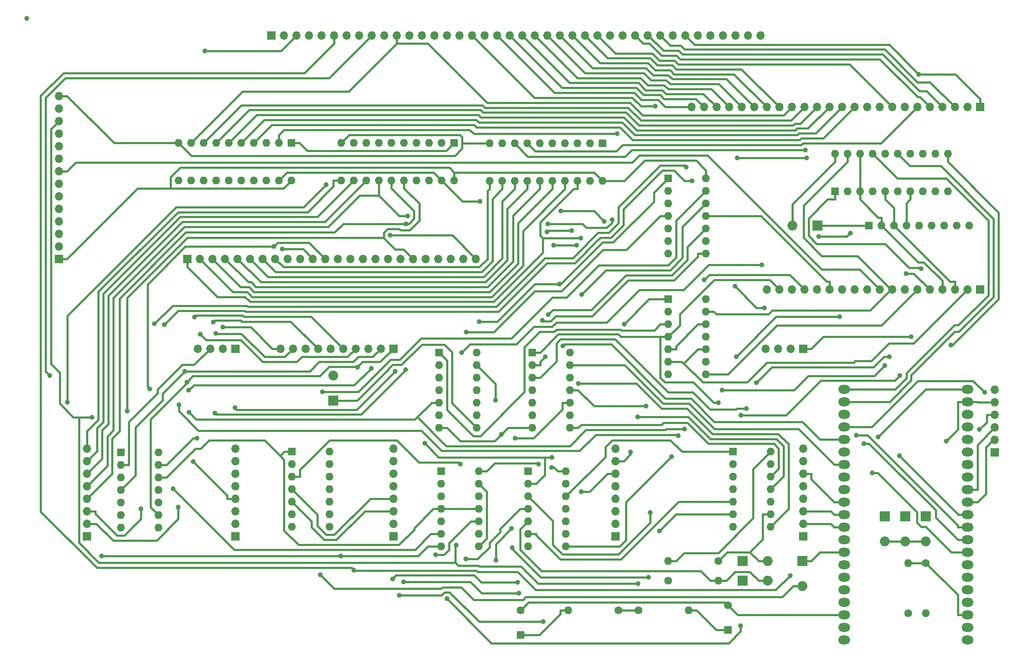
<source format=gbr>
%TF.GenerationSoftware,KiCad,Pcbnew,7.0.2*%
%TF.CreationDate,2023-06-04T09:38:05+01:00*%
%TF.ProjectId,ZXspectrum_Concept_v2.kicad_pro,5a587370-6563-4747-9275-6d5f436f6e63,rev?*%
%TF.SameCoordinates,PX280de80PY16e3600*%
%TF.FileFunction,Copper,L1,Top*%
%TF.FilePolarity,Positive*%
%FSLAX46Y46*%
G04 Gerber Fmt 4.6, Leading zero omitted, Abs format (unit mm)*
G04 Created by KiCad (PCBNEW 7.0.2) date 2023-06-04 09:38:05*
%MOMM*%
%LPD*%
G01*
G04 APERTURE LIST*
%TA.AperFunction,ComponentPad*%
%ADD10C,1.600000*%
%TD*%
%TA.AperFunction,ComponentPad*%
%ADD11O,1.600000X1.600000*%
%TD*%
%TA.AperFunction,ComponentPad*%
%ADD12R,1.700000X1.700000*%
%TD*%
%TA.AperFunction,ComponentPad*%
%ADD13O,1.700000X1.700000*%
%TD*%
%TA.AperFunction,ComponentPad*%
%ADD14R,1.600000X1.600000*%
%TD*%
%TA.AperFunction,ComponentPad*%
%ADD15R,2.000000X2.000000*%
%TD*%
%TA.AperFunction,ComponentPad*%
%ADD16O,2.000000X2.000000*%
%TD*%
%TA.AperFunction,ComponentPad*%
%ADD17O,2.400000X1.800000*%
%TD*%
%TA.AperFunction,ViaPad*%
%ADD18C,1.000000*%
%TD*%
%TA.AperFunction,Conductor*%
%ADD19C,0.400000*%
%TD*%
G04 APERTURE END LIST*
D10*
%TO.P,R4,1*%
%TO.N,+5V*%
X123840000Y-120000000D03*
D11*
%TO.P,R4,2*%
%TO.N,/CORE/ESP_WAIT_RESET*%
X134000000Y-120000000D03*
%TD*%
D10*
%TO.P,R2,1*%
%TO.N,GND*%
X178500000Y-120580000D03*
D11*
%TO.P,R2,2*%
%TO.N,/CORE/ESP_INT*%
X178500000Y-110420000D03*
%TD*%
D12*
%TO.P,RIO2,1,Pin_1*%
%TO.N,+5V*%
X193000000Y-55000000D03*
D13*
%TO.P,RIO2,2,Pin_2*%
%TO.N,/GLUE/RIO_CONTROL.A16*%
X190460000Y-55000000D03*
%TO.P,RIO2,3,Pin_3*%
%TO.N,/GLUE/RIO_CONTROL.A15*%
X187920000Y-55000000D03*
%TO.P,RIO2,4,Pin_4*%
%TO.N,/GLUE/RIO_CONTROL.A14*%
X185380000Y-55000000D03*
%TO.P,RIO2,5,Pin_5*%
%TO.N,/GLUE/RIO_CONTROL.WE*%
X182840000Y-55000000D03*
%TO.P,RIO2,6,Pin_6*%
%TO.N,/GLUE/RIO_CONTROL.CE*%
X180300000Y-55000000D03*
%TO.P,RIO2,7,Pin_7*%
%TO.N,/GLUE/RIO_CONTROL.OE*%
X177760000Y-55000000D03*
%TO.P,RIO2,8,Pin_8*%
%TO.N,/GLUE/RIO_CONTROL.ROM_RDY*%
X175220000Y-55000000D03*
%TO.P,RIO2,9,Pin_9*%
%TO.N,/CACHE connector/CACHE_SEL_0*%
X172680000Y-55000000D03*
%TO.P,RIO2,10,Pin_10*%
%TO.N,/CACHE connector/CACHE_SEL_1*%
X170140000Y-55000000D03*
%TO.P,RIO2,11,Pin_11*%
%TO.N,/CACHE connector/CACHE_SEL_2*%
X167600000Y-55000000D03*
%TO.P,RIO2,12,Pin_12*%
%TO.N,/CACHE connector/CACHE_SEL_3*%
X165060000Y-55000000D03*
%TO.P,RIO2,13,Pin_13*%
%TO.N,/CACHE connector/CACHE_DATASTATUS*%
X162520000Y-55000000D03*
%TO.P,RIO2,14,Pin_14*%
%TO.N,/GLUE/WAIT_IO*%
X159980000Y-55000000D03*
%TO.P,RIO2,15,Pin_15*%
%TO.N,/CORE/Z80_HARDLOCK_RESET*%
X157440000Y-55000000D03*
%TO.P,RIO2,16,Pin_16*%
%TO.N,/GLUE/Z80_HARDLOCK_SET*%
X154900000Y-55000000D03*
%TO.P,RIO2,17,Pin_17*%
%TO.N,/GLUE/PERM_Z80_IORQ*%
X152360000Y-55000000D03*
%TO.P,RIO2,18,Pin_18*%
%TO.N,GND*%
X149820000Y-55000000D03*
%TD*%
D14*
%TO.P,Z80-LOCAL_DATA1,1,A->B*%
%TO.N,/GLUE/Z80_BUS_CONTROL.Z80_DATA_DIR*%
X116580000Y-25380000D03*
D11*
%TO.P,Z80-LOCAL_DATA1,2,A0*%
%TO.N,/RIO connector/Z80_D0*%
X114040000Y-25380000D03*
%TO.P,Z80-LOCAL_DATA1,3,A1*%
%TO.N,/RIO connector/Z80_D1*%
X111500000Y-25380000D03*
%TO.P,Z80-LOCAL_DATA1,4,A2*%
%TO.N,/RIO connector/Z80_D2*%
X108960000Y-25380000D03*
%TO.P,Z80-LOCAL_DATA1,5,A3*%
%TO.N,/RIO connector/Z80_D3*%
X106420000Y-25380000D03*
%TO.P,Z80-LOCAL_DATA1,6,A4*%
%TO.N,/RIO connector/Z80_D4*%
X103880000Y-25380000D03*
%TO.P,Z80-LOCAL_DATA1,7,A5*%
%TO.N,/RIO connector/Z80_D5*%
X101340000Y-25380000D03*
%TO.P,Z80-LOCAL_DATA1,8,A6*%
%TO.N,/RIO connector/Z80_D6*%
X98800000Y-25380000D03*
%TO.P,Z80-LOCAL_DATA1,9,A7*%
%TO.N,/RIO connector/Z80_D7*%
X96260000Y-25380000D03*
%TO.P,Z80-LOCAL_DATA1,10,GND*%
%TO.N,GND*%
X93720000Y-25380000D03*
%TO.P,Z80-LOCAL_DATA1,11,B7*%
%TO.N,/CACHE connector/LOCAL_D7*%
X93720000Y-33000000D03*
%TO.P,Z80-LOCAL_DATA1,12,B6*%
%TO.N,/CACHE connector/LOCAL_D6*%
X96260000Y-33000000D03*
%TO.P,Z80-LOCAL_DATA1,13,B5*%
%TO.N,/CACHE connector/LOCAL_D5*%
X98800000Y-33000000D03*
%TO.P,Z80-LOCAL_DATA1,14,B4*%
%TO.N,/CACHE connector/LOCAL_D4*%
X101340000Y-33000000D03*
%TO.P,Z80-LOCAL_DATA1,15,B3*%
%TO.N,/CACHE connector/LOCAL_D3*%
X103880000Y-33000000D03*
%TO.P,Z80-LOCAL_DATA1,16,B2*%
%TO.N,/CACHE connector/LOCAL_D2*%
X106420000Y-33000000D03*
%TO.P,Z80-LOCAL_DATA1,17,B1*%
%TO.N,/CACHE connector/LOCAL_D1*%
X108960000Y-33000000D03*
%TO.P,Z80-LOCAL_DATA1,18,B0*%
%TO.N,/CACHE connector/LOCAL_D0*%
X111500000Y-33000000D03*
%TO.P,Z80-LOCAL_DATA1,19,CE*%
%TO.N,/GLUE/Z80_BUS_CONTROL.Z80_DATA_OE*%
X114040000Y-33000000D03*
%TO.P,Z80-LOCAL_DATA1,20,VCC*%
%TO.N,+5V*%
X116580000Y-33000000D03*
%TD*%
D12*
%TO.P,CACHE1,1,Pin_1*%
%TO.N,/CACHE connector/LOCAL_D0*%
X32500000Y-48780000D03*
D13*
%TO.P,CACHE1,2,Pin_2*%
%TO.N,/CACHE connector/LOCAL_D1*%
X35040000Y-48780000D03*
%TO.P,CACHE1,3,Pin_3*%
%TO.N,/CACHE connector/LOCAL_D2*%
X37580000Y-48780000D03*
%TO.P,CACHE1,4,Pin_4*%
%TO.N,/CACHE connector/LOCAL_D3*%
X40120000Y-48780000D03*
%TO.P,CACHE1,5,Pin_5*%
%TO.N,/CACHE connector/LOCAL_D4*%
X42660000Y-48780000D03*
%TO.P,CACHE1,6,Pin_6*%
%TO.N,/CACHE connector/LOCAL_D5*%
X45200000Y-48780000D03*
%TO.P,CACHE1,7,Pin_7*%
%TO.N,/CACHE connector/LOCAL_D6*%
X47740000Y-48780000D03*
%TO.P,CACHE1,8,Pin_8*%
%TO.N,/CACHE connector/LOCAL_D7*%
X50280000Y-48780000D03*
%TO.P,CACHE1,9,Pin_9*%
%TO.N,/CACHE connector/LOCAL_A0*%
X52820000Y-48780000D03*
%TO.P,CACHE1,10,Pin_10*%
%TO.N,/CACHE connector/LOCAL_A1*%
X55360000Y-48780000D03*
%TO.P,CACHE1,11,Pin_11*%
%TO.N,/CACHE connector/LOCAL_A2*%
X57900000Y-48780000D03*
%TO.P,CACHE1,12,Pin_12*%
%TO.N,/CACHE connector/LOCAL_A3*%
X60440000Y-48780000D03*
%TO.P,CACHE1,13,Pin_13*%
%TO.N,/CACHE connector/LOCAL_A4*%
X62980000Y-48780000D03*
%TO.P,CACHE1,14,Pin_14*%
%TO.N,/CACHE connector/LOCAL_A5*%
X65520000Y-48780000D03*
%TO.P,CACHE1,15,Pin_15*%
%TO.N,/CACHE connector/LOCAL_A6*%
X68060000Y-48780000D03*
%TO.P,CACHE1,16,Pin_16*%
%TO.N,/CACHE connector/LOCAL_A7*%
X70600000Y-48780000D03*
%TO.P,CACHE1,17,Pin_17*%
%TO.N,/CACHE connector/LOCAL_A8*%
X73140000Y-48780000D03*
%TO.P,CACHE1,18,Pin_18*%
%TO.N,/CACHE connector/LOCAL_A9*%
X75680000Y-48780000D03*
%TO.P,CACHE1,19,Pin_19*%
%TO.N,/CACHE connector/LOCAL_A10*%
X78220000Y-48780000D03*
%TO.P,CACHE1,20,Pin_20*%
%TO.N,/CACHE connector/LOCAL_A11*%
X80760000Y-48780000D03*
%TO.P,CACHE1,21,Pin_21*%
%TO.N,/CACHE connector/LOCAL_A12*%
X83300000Y-48780000D03*
%TO.P,CACHE1,22,Pin_22*%
%TO.N,/CACHE connector/LOCAL_A13*%
X85840000Y-48780000D03*
%TO.P,CACHE1,23,Pin_23*%
%TO.N,/CACHE connector/LOCAL_A14*%
X88380000Y-48780000D03*
%TO.P,CACHE1,24,Pin_24*%
%TO.N,/CACHE connector/LOCAL_A15*%
X90920000Y-48780000D03*
%TD*%
D14*
%TO.P,IC6,1*%
%TO.N,/GLUE/PERM_Z80_IORQ*%
X53700000Y-87875000D03*
D11*
%TO.P,IC6,2*%
%TO.N,Net-(IC5-Pad11)*%
X53700000Y-90415000D03*
%TO.P,IC6,3*%
%TO.N,/GLUE/RIO CONTROL/Z80_RD+ESP_IOD_CONFIG+PERM_Z80_IORQ*%
X53700000Y-92955000D03*
%TO.P,IC6,4*%
%TO.N,/SPI connector/ESP_CONTROL.MEMRQ*%
X53700000Y-95495000D03*
%TO.P,IC6,5*%
%TO.N,/SPI connector/ESP_CONTROL.IORQ*%
X53700000Y-98035000D03*
%TO.P,IC6,6*%
%TO.N,Net-(IC1-Pad13)*%
X53700000Y-100575000D03*
%TO.P,IC6,7,GND*%
%TO.N,unconnected-(IC6E-GND-Pad7)*%
X53700000Y-103115000D03*
%TO.P,IC6,8*%
%TO.N,unconnected-(IC6-Pad8)*%
X61320000Y-103115000D03*
%TO.P,IC6,9*%
%TO.N,GND*%
X61320000Y-100575000D03*
%TO.P,IC6,10*%
X61320000Y-98035000D03*
%TO.P,IC6,11*%
%TO.N,unconnected-(IC6-Pad11)*%
X61320000Y-95495000D03*
%TO.P,IC6,12*%
%TO.N,GND*%
X61320000Y-92955000D03*
%TO.P,IC6,13*%
X61320000Y-90415000D03*
%TO.P,IC6,14,VCC*%
%TO.N,unconnected-(IC6E-VCC-Pad14)*%
X61320000Y-87875000D03*
%TD*%
D12*
%TO.P,EX_SPI1,1,Pin_1*%
%TO.N,/CORE/EX_SS*%
X196000000Y-88040000D03*
D13*
%TO.P,EX_SPI1,2,Pin_2*%
%TO.N,/CORE/EX_SCK*%
X196000000Y-85500000D03*
%TO.P,EX_SPI1,3,Pin_3*%
%TO.N,/CORE/EX_MISO*%
X196000000Y-82960000D03*
%TO.P,EX_SPI1,4,Pin_4*%
%TO.N,/CORE/EX_MOSI*%
X196000000Y-80420000D03*
%TO.P,EX_SPI1,5,Pin_5*%
%TO.N,+5V*%
X196000000Y-77880000D03*
%TO.P,EX_SPI1,6,Pin_6*%
%TO.N,GND*%
X196000000Y-75340000D03*
%TD*%
D14*
%TO.P,C1,1*%
%TO.N,Net-(C1-Pad1)*%
X100000000Y-125000000D03*
D10*
%TO.P,C1,2*%
%TO.N,GND*%
X100000000Y-120000000D03*
%TD*%
D14*
%TO.P,IC3,1,~{R}*%
%TO.N,/GLUE/CLR_Z80_HARDLOCK*%
X83500000Y-67800000D03*
D11*
%TO.P,IC3,2,D*%
%TO.N,unconnected-(IC3A-D-Pad2)*%
X83500000Y-70340000D03*
%TO.P,IC3,3,C*%
%TO.N,unconnected-(IC3A-C-Pad3)*%
X83500000Y-72880000D03*
%TO.P,IC3,4,~{S}*%
%TO.N,/GLUE/PRE_Z80_HARDLOCK*%
X83500000Y-75420000D03*
%TO.P,IC3,5,Q*%
%TO.N,/CACHE connector/Z80_HARDLOCK*%
X83500000Y-77960000D03*
%TO.P,IC3,6,~{Q}*%
%TO.N,/GLUE/!Z80_HARDLOCK*%
X83500000Y-80500000D03*
%TO.P,IC3,7,GND*%
%TO.N,GND*%
X83500000Y-83040000D03*
%TO.P,IC3,8,~{Q}*%
%TO.N,Net-(D2-K)*%
X91120000Y-83040000D03*
%TO.P,IC3,9,Q*%
%TO.N,unconnected-(IC3B-Q-Pad9)*%
X91120000Y-80500000D03*
%TO.P,IC3,10,~{S}*%
%TO.N,Net-(IC3B-~{S})*%
X91120000Y-77960000D03*
%TO.P,IC3,11,C*%
%TO.N,unconnected-(IC3B-C-Pad11)*%
X91120000Y-75420000D03*
%TO.P,IC3,12,D*%
%TO.N,unconnected-(IC3B-D-Pad12)*%
X91120000Y-72880000D03*
%TO.P,IC3,13,~{R}*%
%TO.N,/CORE/ESP_WAIT_RESET*%
X91120000Y-70340000D03*
%TO.P,IC3,14,VCC*%
%TO.N,+5V*%
X91120000Y-67800000D03*
%TD*%
D15*
%TO.P,D7,1,K*%
%TO.N,/SPI connector/Z80_CONTROL.BUSRQ*%
X144920000Y-110000000D03*
D16*
%TO.P,D7,2,A*%
%TO.N,/GLUE/Z80 BUS CONTROL/Z80_ADD_CONNECT*%
X150000000Y-110000000D03*
%TD*%
D14*
%TO.P,IC2,1*%
%TO.N,Net-(IC1-Pad4)*%
X83880000Y-91840000D03*
D11*
%TO.P,IC2,2*%
%TO.N,/CORE/ESP_HARDLOCK*%
X83880000Y-94380000D03*
%TO.P,IC2,3*%
%TO.N,/GLUE/PRE_Z80_HARDLOCK*%
X83880000Y-96920000D03*
%TO.P,IC2,4*%
%TO.N,/GLUE/PERM_Z80_IORQ*%
X83880000Y-99460000D03*
%TO.P,IC2,5*%
%TO.N,/CACHE connector/CACHE_DATASTATUS*%
X83880000Y-102000000D03*
%TO.P,IC2,6*%
%TO.N,/CACHE connector/CACHE_CONTROL.DATASTATUS+PERM_Z80_IORQ*%
X83880000Y-104540000D03*
%TO.P,IC2,7,GND*%
%TO.N,GND*%
X83880000Y-107080000D03*
%TO.P,IC2,8*%
%TO.N,Net-(IC2-Pad13)*%
X91500000Y-107080000D03*
%TO.P,IC2,9*%
%TO.N,/CORE/ESP_HARDLOCK*%
X91500000Y-104540000D03*
%TO.P,IC2,10*%
%TO.N,/SPI connector/Z80_CONTROL.IORQ*%
X91500000Y-102000000D03*
%TO.P,IC2,11*%
%TO.N,/GLUE/PERM_Z80_IORQ*%
X91500000Y-99460000D03*
%TO.P,IC2,12*%
%TO.N,/RIO connector/Z80_A0*%
X91500000Y-96920000D03*
%TO.P,IC2,13*%
%TO.N,Net-(IC2-Pad13)*%
X91500000Y-94380000D03*
%TO.P,IC2,14,VCC*%
%TO.N,+5V*%
X91500000Y-91840000D03*
%TD*%
D12*
%TO.P,CACHE2,1,Pin_1*%
%TO.N,+5V*%
X6500000Y-48780000D03*
D13*
%TO.P,CACHE2,2,Pin_2*%
%TO.N,/CACHE connector/CACHE_CONTROL.A16*%
X6500000Y-46240000D03*
%TO.P,CACHE2,3,Pin_3*%
%TO.N,/CACHE connector/CACHE_CONTROL.WE*%
X6500000Y-43700000D03*
%TO.P,CACHE2,4,Pin_4*%
%TO.N,/CACHE connector/CACHE_CONTROL.OE*%
X6500000Y-41160000D03*
%TO.P,CACHE2,5,Pin_5*%
%TO.N,/CACHE connector/CACHE_CONTROL.CS*%
X6500000Y-38620000D03*
%TO.P,CACHE2,6,Pin_6*%
%TO.N,/CACHE connector/CACHE_CONTROL.DATASTATUS+PERM_Z80_IORQ*%
X6500000Y-36080000D03*
%TO.P,CACHE2,7,Pin_7*%
%TO.N,/CACHE connector/Z80_HARDLOCK*%
X6500000Y-33540000D03*
%TO.P,CACHE2,8,Pin_8*%
%TO.N,/CACHE connector/CACHE_SEL_0*%
X6500000Y-31000000D03*
%TO.P,CACHE2,9,Pin_9*%
%TO.N,/CACHE connector/CACHE_SEL_1*%
X6500000Y-28460000D03*
%TO.P,CACHE2,10,Pin_10*%
%TO.N,/CACHE connector/CACHE_SEL_2*%
X6500000Y-25920000D03*
%TO.P,CACHE2,11,Pin_11*%
%TO.N,/CACHE connector/CACHE_SEL_3*%
X6500000Y-23380000D03*
%TO.P,CACHE2,12,Pin_12*%
%TO.N,/CACHE connector/CACHE_DATASTATUS*%
X6500000Y-20840000D03*
%TO.P,CACHE2,13,Pin_13*%
%TO.N,unconnected-(CACHE2-Pin_13-Pad13)*%
X6500000Y-18300000D03*
%TO.P,CACHE2,14,Pin_14*%
%TO.N,GND*%
X6500000Y-15760000D03*
%TD*%
D14*
%TO.P,IC5,1*%
%TO.N,/GLUE/ESP_IOD_CONFIG*%
X101500000Y-91840000D03*
D11*
%TO.P,IC5,2*%
%TO.N,/SPI connector/Z80_CONTROL.WR*%
X101500000Y-94380000D03*
%TO.P,IC5,3*%
%TO.N,/GLUE/RIO CONTROL/Z80_WR+ESP_IOD_CONFIG*%
X101500000Y-96920000D03*
%TO.P,IC5,4*%
%TO.N,/SPI connector/ESP_CONTROL.WR*%
X101500000Y-99460000D03*
%TO.P,IC5,5*%
%TO.N,/GLUE/Z80 BUS CONTROL/Z80_DATA_CONNECT*%
X101500000Y-102000000D03*
%TO.P,IC5,6*%
%TO.N,Net-(IC5-Pad6)*%
X101500000Y-104540000D03*
%TO.P,IC5,7,GND*%
%TO.N,GND*%
X101500000Y-107080000D03*
%TO.P,IC5,8*%
%TO.N,/GLUE/RIO_CONTROL.ROM_RDY*%
X109120000Y-107080000D03*
%TO.P,IC5,9*%
%TO.N,/SPI connector/ESP_CONTROL.ROMCS*%
X109120000Y-104540000D03*
%TO.P,IC5,10*%
%TO.N,/SPI connector/Z80_CONTROL.MEMRQ*%
X109120000Y-102000000D03*
%TO.P,IC5,11*%
%TO.N,Net-(IC5-Pad11)*%
X109120000Y-99460000D03*
%TO.P,IC5,12*%
%TO.N,/SPI connector/Z80_CONTROL.RD*%
X109120000Y-96920000D03*
%TO.P,IC5,13*%
%TO.N,/GLUE/ESP_IOD_CONFIG*%
X109120000Y-94380000D03*
%TO.P,IC5,14,VCC*%
%TO.N,+5V*%
X109120000Y-91840000D03*
%TD*%
D12*
%TO.P,J3,1,Pin_1*%
%TO.N,/CACHE connector/LOCAL_D0*%
X119201200Y-104998800D03*
D13*
%TO.P,J3,2,Pin_2*%
%TO.N,/CACHE connector/LOCAL_D1*%
X119201200Y-102458800D03*
%TO.P,J3,3,Pin_3*%
%TO.N,/CACHE connector/LOCAL_D2*%
X119201200Y-99918800D03*
%TO.P,J3,4,Pin_4*%
%TO.N,/CACHE connector/LOCAL_D3*%
X119201200Y-97378800D03*
%TO.P,J3,5,Pin_5*%
%TO.N,/CACHE connector/LOCAL_D4*%
X119201200Y-94838800D03*
%TO.P,J3,6,Pin_6*%
%TO.N,/CACHE connector/LOCAL_D5*%
X119201200Y-92298800D03*
%TO.P,J3,7,Pin_7*%
%TO.N,/CACHE connector/LOCAL_D6*%
X119201200Y-89758800D03*
%TO.P,J3,8,Pin_8*%
%TO.N,/CACHE connector/LOCAL_D7*%
X119201200Y-87218800D03*
%TD*%
D12*
%TO.P,RIO1,1,Pin_1*%
%TO.N,/RIO connector/Z80_D0*%
X193000000Y-18000000D03*
D13*
%TO.P,RIO1,2,Pin_2*%
%TO.N,/RIO connector/Z80_D1*%
X190460000Y-18000000D03*
%TO.P,RIO1,3,Pin_3*%
%TO.N,/RIO connector/Z80_D2*%
X187920000Y-18000000D03*
%TO.P,RIO1,4,Pin_4*%
%TO.N,/RIO connector/Z80_D3*%
X185380000Y-18000000D03*
%TO.P,RIO1,5,Pin_5*%
%TO.N,/RIO connector/Z80_D4*%
X182840000Y-18000000D03*
%TO.P,RIO1,6,Pin_6*%
%TO.N,/RIO connector/Z80_D5*%
X180300000Y-18000000D03*
%TO.P,RIO1,7,Pin_7*%
%TO.N,/RIO connector/Z80_D6*%
X177760000Y-18000000D03*
%TO.P,RIO1,8,Pin_8*%
%TO.N,/RIO connector/Z80_D7*%
X175220000Y-18000000D03*
%TO.P,RIO1,9,Pin_9*%
%TO.N,/RIO connector/Z80_A0*%
X172680000Y-18000000D03*
%TO.P,RIO1,10,Pin_10*%
%TO.N,/RIO connector/Z80_A1*%
X170140000Y-18000000D03*
%TO.P,RIO1,11,Pin_11*%
%TO.N,/RIO connector/Z80_A2*%
X167600000Y-18000000D03*
%TO.P,RIO1,12,Pin_12*%
%TO.N,/RIO connector/Z80_A3*%
X165060000Y-18000000D03*
%TO.P,RIO1,13,Pin_13*%
%TO.N,/RIO connector/Z80_A4*%
X162520000Y-18000000D03*
%TO.P,RIO1,14,Pin_14*%
%TO.N,/RIO connector/Z80_A5*%
X159980000Y-18000000D03*
%TO.P,RIO1,15,Pin_15*%
%TO.N,/RIO connector/Z80_A6*%
X157440000Y-18000000D03*
%TO.P,RIO1,16,Pin_16*%
%TO.N,/RIO connector/Z80_A7*%
X154900000Y-18000000D03*
%TO.P,RIO1,17,Pin_17*%
%TO.N,/RIO connector/Z80_A8*%
X152360000Y-18000000D03*
%TO.P,RIO1,18,Pin_18*%
%TO.N,/RIO connector/Z80_A9*%
X149820000Y-18000000D03*
%TO.P,RIO1,19,Pin_19*%
%TO.N,/RIO connector/Z80_A10*%
X147280000Y-18000000D03*
%TO.P,RIO1,20,Pin_20*%
%TO.N,/RIO connector/Z80_A11*%
X144740000Y-18000000D03*
%TO.P,RIO1,21,Pin_21*%
%TO.N,/RIO connector/Z80_A12*%
X142200000Y-18000000D03*
%TO.P,RIO1,22,Pin_22*%
%TO.N,/RIO connector/Z80_A13*%
X139660000Y-18000000D03*
%TO.P,RIO1,23,Pin_23*%
%TO.N,/RIO connector/Z80_A14*%
X137120000Y-18000000D03*
%TO.P,RIO1,24,Pin_24*%
%TO.N,/RIO connector/Z80_A15*%
X134580000Y-18000000D03*
%TD*%
D10*
%TO.P,R3,1*%
%TO.N,+5V*%
X119790000Y-120000000D03*
D11*
%TO.P,R3,2*%
%TO.N,Net-(C1-Pad1)*%
X109630000Y-120000000D03*
%TD*%
D15*
%TO.P,D1,1,K*%
%TO.N,Net-(D1-K)*%
X157000000Y-110000000D03*
D16*
%TO.P,D1,2,A*%
%TO.N,/SPI connector/Z80_CONTROL.RESET*%
X157000000Y-115080000D03*
%TD*%
D12*
%TO.P,J5,1,Pin_1*%
%TO.N,/SPI connector/Z80_CONTROL.RD*%
X74201200Y-66998800D03*
D13*
%TO.P,J5,2,Pin_2*%
%TO.N,/SPI connector/Z80_CONTROL.WR*%
X71661200Y-66998800D03*
%TO.P,J5,3,Pin_3*%
%TO.N,/SPI connector/Z80_CONTROL.IORQ*%
X69121200Y-66998800D03*
%TO.P,J5,4,Pin_4*%
%TO.N,/SPI connector/Z80_CONTROL.MEMRQ*%
X66581200Y-66998800D03*
%TO.P,J5,5,Pin_5*%
%TO.N,/SPI connector/Z80_CONTROL.BUSRQ*%
X64041200Y-66998800D03*
%TO.P,J5,6,Pin_6*%
%TO.N,/SPI connector/Z80_CONTROL.WAIT*%
X61501200Y-66998800D03*
%TO.P,J5,7,Pin_7*%
%TO.N,/SPI connector/Z80_CONTROL.ROMCS*%
X58961200Y-66998800D03*
%TO.P,J5,8,Pin_8*%
%TO.N,/SPI connector/Z80_CONTROL.BUSACK*%
X56421200Y-66998800D03*
%TO.P,J5,9,Pin_9*%
%TO.N,/SPI connector/Z80_CONTROL.NMI*%
X53881200Y-66998800D03*
%TO.P,J5,10,Pin_10*%
%TO.N,/SPI connector/Z80_CONTROL.RESET*%
X51341200Y-66998800D03*
%TD*%
D14*
%TO.P,U1,1,1OE*%
%TO.N,/GLUE/RIO_CONTROL.A16*%
X163640000Y-35120000D03*
D11*
%TO.P,U1,2,1A0*%
%TO.N,/RIO connector/Z80_A15*%
X166180000Y-35120000D03*
%TO.P,U1,3,2Y0*%
%TO.N,/GLUE/RIO_CONTROL.A14*%
X168720000Y-35120000D03*
%TO.P,U1,4,1A1*%
%TO.N,/RIO connector/Z80_A14*%
X171260000Y-35120000D03*
%TO.P,U1,5,2Y1*%
%TO.N,/GLUE/RIO_CONTROL.A15*%
X173800000Y-35120000D03*
%TO.P,U1,6,1A2*%
%TO.N,/GLUE/RIO CONTROL/Z80_WR+ESP_IOD_CONFIG*%
X176340000Y-35120000D03*
%TO.P,U1,7,2Y2*%
%TO.N,/GLUE/RIO_CONTROL.WE*%
X178880000Y-35120000D03*
%TO.P,U1,8,1A3*%
%TO.N,/GLUE/RIO CONTROL/Z80_RD+ESP_IOD_CONFIG+PERM_Z80_IORQ*%
X181420000Y-35120000D03*
%TO.P,U1,9,2Y3*%
%TO.N,/GLUE/RIO_CONTROL.OE*%
X183960000Y-35120000D03*
%TO.P,U1,10,GND*%
%TO.N,GND*%
X186500000Y-35120000D03*
%TO.P,U1,11,2A3*%
%TO.N,/SPI connector/Z80_CONTROL.RD*%
X186500000Y-27500000D03*
%TO.P,U1,12,1Y3*%
%TO.N,/GLUE/RIO_CONTROL.OE*%
X183960000Y-27500000D03*
%TO.P,U1,13,2A2*%
%TO.N,/GLUE/RIO CONTROL/ROM_WR_PROTECT+Z80_WR*%
X181420000Y-27500000D03*
%TO.P,U1,14,1Y2*%
%TO.N,/GLUE/RIO_CONTROL.WE*%
X178880000Y-27500000D03*
%TO.P,U1,15,2A1*%
%TO.N,/CORE/ESP_ROMSEL_0*%
X176340000Y-27500000D03*
%TO.P,U1,16,1Y1*%
%TO.N,/GLUE/RIO_CONTROL.A15*%
X173800000Y-27500000D03*
%TO.P,U1,17,2A0*%
%TO.N,/CORE/ESP_ROMSEL_1*%
X171260000Y-27500000D03*
%TO.P,U1,18,1Y0*%
%TO.N,/GLUE/RIO_CONTROL.A14*%
X168720000Y-27500000D03*
%TO.P,U1,19,2OE*%
%TO.N,/GLUE/RIO_CONTROL.ROM_RDY*%
X166180000Y-27500000D03*
%TO.P,U1,20,VCC*%
%TO.N,+5V*%
X163640000Y-27500000D03*
%TD*%
D10*
%TO.P,R5,1*%
%TO.N,/GLUE/Z80 BUS CONTROL/Z80_ADD_CONNECT*%
X140000000Y-110000000D03*
D11*
%TO.P,R5,2*%
%TO.N,+5V*%
X129840000Y-110000000D03*
%TD*%
D15*
%TO.P,D5,1,K*%
%TO.N,/SPI connector/Z80_CONTROL.BUSACK*%
X173700000Y-100920000D03*
D16*
%TO.P,D5,2,A*%
%TO.N,/CORE/ESP_INT*%
X173700000Y-106000000D03*
%TD*%
D14*
%TO.P,C2,1*%
%TO.N,/CORE/ESP_WAIT_RESET*%
X142000000Y-124000000D03*
D10*
%TO.P,C2,2*%
%TO.N,GND*%
X142000000Y-119000000D03*
%TD*%
D12*
%TO.P,J6,1,Pin_1*%
%TO.N,/SPI connector/ESP_CONTROL.RD*%
X74201200Y-104998800D03*
D13*
%TO.P,J6,2,Pin_2*%
%TO.N,/SPI connector/ESP_CONTROL.WR*%
X74201200Y-102458800D03*
%TO.P,J6,3,Pin_3*%
%TO.N,/SPI connector/ESP_CONTROL.IORQ*%
X74201200Y-99918800D03*
%TO.P,J6,4,Pin_4*%
%TO.N,/SPI connector/ESP_CONTROL.MEMRQ*%
X74201200Y-97378800D03*
%TO.P,J6,5,Pin_5*%
%TO.N,/SPI connector/ESP_CONTROL.BUSRQ*%
X74201200Y-94838800D03*
%TO.P,J6,6,Pin_6*%
%TO.N,/SPI connector/ESP_CONTROL.WAIT*%
X74201200Y-92298800D03*
%TO.P,J6,7,Pin_7*%
%TO.N,/SPI connector/ESP_CONTROL.ROMCS*%
X74201200Y-89758800D03*
%TO.P,J6,8,Pin_8*%
%TO.N,/SPI connector/ESP_CONTROL.NMI*%
X74201200Y-87218800D03*
%TD*%
D10*
%TO.P,R6,1*%
%TO.N,+5V*%
X129840000Y-114000000D03*
D11*
%TO.P,R6,2*%
%TO.N,/GLUE/Z80 BUS CONTROL/Z80_DATA_CONNECT*%
X140000000Y-114000000D03*
%TD*%
D12*
%TO.P,LOCAL_CONTROL1,1,Pin_1*%
%TO.N,/SPI connector/LOCAL_CONTROL.RD*%
X42201200Y-66998800D03*
D13*
%TO.P,LOCAL_CONTROL1,2,Pin_2*%
%TO.N,/SPI connector/LOCAL_CONTROL.WR*%
X39661200Y-66998800D03*
%TO.P,LOCAL_CONTROL1,3,Pin_3*%
%TO.N,/SPI connector/LOCAL_CONTROL.IORQ*%
X37121200Y-66998800D03*
%TO.P,LOCAL_CONTROL1,4,Pin_4*%
%TO.N,/SPI connector/LOCAL_CONTROL.MEMRQ*%
X34581200Y-66998800D03*
%TD*%
D15*
%TO.P,D4,1,K*%
%TO.N,/CORE/Z80_HARDLOCK_RESET*%
X177850000Y-100920000D03*
D16*
%TO.P,D4,2,A*%
%TO.N,/CORE/ESP_INT*%
X177850000Y-106000000D03*
%TD*%
D15*
%TO.P,D8,1,K*%
%TO.N,/SPI connector/Z80_CONTROL.BUSRQ*%
X144920000Y-114000000D03*
D16*
%TO.P,D8,2,A*%
%TO.N,/GLUE/Z80 BUS CONTROL/Z80_DATA_CONNECT*%
X150000000Y-114000000D03*
%TD*%
D14*
%TO.P,IC4,1*%
%TO.N,Net-(C1-Pad1)*%
X129880000Y-56960000D03*
D11*
%TO.P,IC4,2*%
%TO.N,Net-(IC1-Pad6)*%
X129880000Y-59500000D03*
%TO.P,IC4,3*%
%TO.N,/GLUE/CLR_Z80_HARDLOCK*%
X129880000Y-62040000D03*
%TO.P,IC4,4*%
%TO.N,/GLUE/PERM_Z80_IORQ*%
X129880000Y-64580000D03*
%TO.P,IC4,5*%
%TO.N,/GLUE/ESP_IOD_CONFIG*%
X129880000Y-67120000D03*
%TO.P,IC4,6*%
%TO.N,/GLUE/RIO_CONTROL.A16*%
X129880000Y-69660000D03*
%TO.P,IC4,7,GND*%
%TO.N,GND*%
X129880000Y-72200000D03*
%TO.P,IC4,8*%
%TO.N,/GLUE/RIO_CONTROL.CE*%
X137500000Y-72200000D03*
%TO.P,IC4,9*%
%TO.N,Net-(IC4-Pad11)*%
X137500000Y-69660000D03*
%TO.P,IC4,10*%
%TO.N,/GLUE/RIO_CONTROL.A16*%
X137500000Y-67120000D03*
%TO.P,IC4,11*%
%TO.N,Net-(IC4-Pad11)*%
X137500000Y-64580000D03*
%TO.P,IC4,12*%
%TO.N,/GLUE/ESP_IOD_CONFIG*%
X137500000Y-62040000D03*
%TO.P,IC4,13*%
%TO.N,/GLUE/RIO_CONTROL.ROM_RDY*%
X137500000Y-59500000D03*
%TO.P,IC4,14,VCC*%
%TO.N,+5V*%
X137500000Y-56960000D03*
%TD*%
D14*
%TO.P,IC7,1*%
%TO.N,/GLUE/PERM_Z80_IORQ*%
X102380000Y-67760000D03*
D11*
%TO.P,IC7,2*%
%TO.N,/GLUE/Z80 BUS CONTROL/!CACHE_DATASTATUS*%
X102380000Y-70300000D03*
%TO.P,IC7,3*%
%TO.N,Net-(IC7-Pad3)*%
X102380000Y-72840000D03*
%TO.P,IC7,4*%
%TO.N,/GLUE/Z80 BUS CONTROL/Z80_DATA_CONNECT*%
X102380000Y-75380000D03*
%TO.P,IC7,5*%
%TO.N,/GLUE/PERM_Z80_IORQ*%
X102380000Y-77920000D03*
%TO.P,IC7,6*%
%TO.N,/GLUE/Z80_BUS_CONTROL.Z80_DATA_OE*%
X102380000Y-80460000D03*
%TO.P,IC7,7,GND*%
%TO.N,GND*%
X102380000Y-83000000D03*
%TO.P,IC7,8*%
%TO.N,/GLUE/ESP_IOD_CONFIG*%
X110000000Y-83000000D03*
%TO.P,IC7,9*%
%TO.N,Net-(IC1-Pad12)*%
X110000000Y-80460000D03*
%TO.P,IC7,10*%
%TO.N,/SPI connector/ESP_CONTROL.BUSRQ*%
X110000000Y-77920000D03*
%TO.P,IC7,11*%
%TO.N,/GLUE/RIO CONTROL/ROM_WR_PROTECT+Z80_WR*%
X110000000Y-75380000D03*
%TO.P,IC7,12*%
%TO.N,/SPI connector/Z80_CONTROL.WR*%
X110000000Y-72840000D03*
%TO.P,IC7,13*%
%TO.N,/CORE/ESP_ROM_WR_PROTECT*%
X110000000Y-70300000D03*
%TO.P,IC7,14,VCC*%
%TO.N,+5V*%
X110000000Y-67760000D03*
%TD*%
D15*
%TO.P,D3,1,K*%
%TO.N,/SPI connector/Z80_CONTROL.WAIT*%
X182000000Y-100920000D03*
D16*
%TO.P,D3,2,A*%
%TO.N,/CORE/ESP_INT*%
X182000000Y-106000000D03*
%TD*%
D12*
%TO.P,DIAG-HOST_SYSTEM_BUS1,1,Pin_1*%
%TO.N,/SPI connector/Z80_CONTROL.RD*%
X49500000Y-3500000D03*
D13*
%TO.P,DIAG-HOST_SYSTEM_BUS1,2,Pin_2*%
%TO.N,/SPI connector/Z80_CONTROL.WR*%
X52040000Y-3500000D03*
%TO.P,DIAG-HOST_SYSTEM_BUS1,3,Pin_3*%
%TO.N,/SPI connector/Z80_CONTROL.IORQ*%
X54580000Y-3500000D03*
%TO.P,DIAG-HOST_SYSTEM_BUS1,4,Pin_4*%
%TO.N,/SPI connector/Z80_CONTROL.MEMRQ*%
X57120000Y-3500000D03*
%TO.P,DIAG-HOST_SYSTEM_BUS1,5,Pin_5*%
%TO.N,/SPI connector/Z80_CONTROL.BUSRQ*%
X59660000Y-3500000D03*
%TO.P,DIAG-HOST_SYSTEM_BUS1,6,Pin_6*%
%TO.N,/SPI connector/Z80_CONTROL.WAIT*%
X62200000Y-3500000D03*
%TO.P,DIAG-HOST_SYSTEM_BUS1,7,Pin_7*%
%TO.N,/SPI connector/Z80_CONTROL.NMI*%
X64740000Y-3500000D03*
%TO.P,DIAG-HOST_SYSTEM_BUS1,8,Pin_8*%
%TO.N,/SPI connector/Z80_CONTROL.ROMCS*%
X67280000Y-3500000D03*
%TO.P,DIAG-HOST_SYSTEM_BUS1,9,Pin_9*%
%TO.N,/SPI connector/Z80_CONTROL.BUSACK*%
X69820000Y-3500000D03*
%TO.P,DIAG-HOST_SYSTEM_BUS1,10,Pin_10*%
%TO.N,/SPI connector/Z80_CONTROL.RESET*%
X72360000Y-3500000D03*
%TO.P,DIAG-HOST_SYSTEM_BUS1,11,Pin_11*%
%TO.N,/RIO connector/Z80_A7*%
X74900000Y-3500000D03*
%TO.P,DIAG-HOST_SYSTEM_BUS1,12,Pin_12*%
%TO.N,/RIO connector/Z80_A6*%
X77440000Y-3500000D03*
%TO.P,DIAG-HOST_SYSTEM_BUS1,13,Pin_13*%
%TO.N,/RIO connector/Z80_A5*%
X79980000Y-3500000D03*
%TO.P,DIAG-HOST_SYSTEM_BUS1,14,Pin_14*%
%TO.N,/RIO connector/Z80_A4*%
X82520000Y-3500000D03*
%TO.P,DIAG-HOST_SYSTEM_BUS1,15,Pin_15*%
%TO.N,/RIO connector/Z80_A3*%
X85060000Y-3500000D03*
%TO.P,DIAG-HOST_SYSTEM_BUS1,16,Pin_16*%
%TO.N,/RIO connector/Z80_A2*%
X87600000Y-3500000D03*
%TO.P,DIAG-HOST_SYSTEM_BUS1,17,Pin_17*%
%TO.N,/RIO connector/Z80_A1*%
X90140000Y-3500000D03*
%TO.P,DIAG-HOST_SYSTEM_BUS1,18,Pin_18*%
%TO.N,/RIO connector/Z80_A0*%
X92680000Y-3500000D03*
%TO.P,DIAG-HOST_SYSTEM_BUS1,19,Pin_19*%
%TO.N,/RIO connector/Z80_A15*%
X95220000Y-3500000D03*
%TO.P,DIAG-HOST_SYSTEM_BUS1,20,Pin_20*%
%TO.N,/RIO connector/Z80_A14*%
X97760000Y-3500000D03*
%TO.P,DIAG-HOST_SYSTEM_BUS1,21,Pin_21*%
%TO.N,/RIO connector/Z80_A13*%
X100300000Y-3500000D03*
%TO.P,DIAG-HOST_SYSTEM_BUS1,22,Pin_22*%
%TO.N,/RIO connector/Z80_A12*%
X102840000Y-3500000D03*
%TO.P,DIAG-HOST_SYSTEM_BUS1,23,Pin_23*%
%TO.N,/RIO connector/Z80_A11*%
X105380000Y-3500000D03*
%TO.P,DIAG-HOST_SYSTEM_BUS1,24,Pin_24*%
%TO.N,/RIO connector/Z80_A10*%
X107920000Y-3500000D03*
%TO.P,DIAG-HOST_SYSTEM_BUS1,25,Pin_25*%
%TO.N,/RIO connector/Z80_A9*%
X110460000Y-3500000D03*
%TO.P,DIAG-HOST_SYSTEM_BUS1,26,Pin_26*%
%TO.N,/RIO connector/Z80_A8*%
X113000000Y-3500000D03*
%TO.P,DIAG-HOST_SYSTEM_BUS1,27,Pin_27*%
%TO.N,/RIO connector/Z80_D7*%
X115540000Y-3500000D03*
%TO.P,DIAG-HOST_SYSTEM_BUS1,28,Pin_28*%
%TO.N,/RIO connector/Z80_D6*%
X118080000Y-3500000D03*
%TO.P,DIAG-HOST_SYSTEM_BUS1,29,Pin_29*%
%TO.N,/RIO connector/Z80_D5*%
X120620000Y-3500000D03*
%TO.P,DIAG-HOST_SYSTEM_BUS1,30,Pin_30*%
%TO.N,/RIO connector/Z80_D4*%
X123160000Y-3500000D03*
%TO.P,DIAG-HOST_SYSTEM_BUS1,31,Pin_31*%
%TO.N,/RIO connector/Z80_D3*%
X125700000Y-3500000D03*
%TO.P,DIAG-HOST_SYSTEM_BUS1,32,Pin_32*%
%TO.N,/RIO connector/Z80_D2*%
X128240000Y-3500000D03*
%TO.P,DIAG-HOST_SYSTEM_BUS1,33,Pin_33*%
%TO.N,/RIO connector/Z80_D1*%
X130780000Y-3500000D03*
%TO.P,DIAG-HOST_SYSTEM_BUS1,34,Pin_34*%
%TO.N,/RIO connector/Z80_D0*%
X133320000Y-3500000D03*
%TO.P,DIAG-HOST_SYSTEM_BUS1,35,Pin_35*%
%TO.N,unconnected-(DIAG-HOST_SYSTEM_BUS1-Pin_35-Pad35)*%
X135860000Y-3500000D03*
%TO.P,DIAG-HOST_SYSTEM_BUS1,36,Pin_36*%
%TO.N,unconnected-(DIAG-HOST_SYSTEM_BUS1-Pin_36-Pad36)*%
X138400000Y-3500000D03*
%TO.P,DIAG-HOST_SYSTEM_BUS1,37,Pin_37*%
%TO.N,unconnected-(DIAG-HOST_SYSTEM_BUS1-Pin_37-Pad37)*%
X140940000Y-3500000D03*
%TO.P,DIAG-HOST_SYSTEM_BUS1,38,Pin_38*%
%TO.N,unconnected-(DIAG-HOST_SYSTEM_BUS1-Pin_38-Pad38)*%
X143480000Y-3500000D03*
%TO.P,DIAG-HOST_SYSTEM_BUS1,39,Pin_39*%
%TO.N,/ZX80-BUS/HOST VCC*%
X146020000Y-3500000D03*
%TO.P,DIAG-HOST_SYSTEM_BUS1,40,Pin_40*%
%TO.N,GND*%
X148560000Y-3500000D03*
%TD*%
D15*
%TO.P,D6,1,K*%
%TO.N,Net-(D6-K)*%
X160080000Y-42000000D03*
D16*
%TO.P,D6,2,A*%
%TO.N,+5V*%
X155000000Y-42000000D03*
%TD*%
D14*
%TO.P,IC1,1*%
%TO.N,/CORE/ESP_HARDLOCK*%
X129880000Y-32460000D03*
D11*
%TO.P,IC1,2*%
%TO.N,/GLUE/!ESP_HARDLOCK*%
X129880000Y-35000000D03*
%TO.P,IC1,3*%
%TO.N,/GLUE/Z80_HARDLOCK_SET*%
X129880000Y-37540000D03*
%TO.P,IC1,4*%
%TO.N,Net-(IC1-Pad4)*%
X129880000Y-40080000D03*
%TO.P,IC1,5*%
%TO.N,/CORE/Z80_HARDLOCK_RESET*%
X129880000Y-42620000D03*
%TO.P,IC1,6*%
%TO.N,Net-(IC1-Pad6)*%
X129880000Y-45160000D03*
%TO.P,IC1,7,GND*%
%TO.N,GND*%
X129880000Y-47700000D03*
%TO.P,IC1,8*%
%TO.N,Net-(IC3B-~{S})*%
X137500000Y-47700000D03*
%TO.P,IC1,9*%
%TO.N,/GLUE/WAIT_IO*%
X137500000Y-45160000D03*
%TO.P,IC1,10*%
%TO.N,/GLUE/Z80 BUS CONTROL/!CACHE_DATASTATUS*%
X137500000Y-42620000D03*
%TO.P,IC1,11*%
%TO.N,/CACHE connector/CACHE_DATASTATUS*%
X137500000Y-40080000D03*
%TO.P,IC1,12*%
%TO.N,Net-(IC1-Pad12)*%
X137500000Y-37540000D03*
%TO.P,IC1,13*%
%TO.N,Net-(IC1-Pad13)*%
X137500000Y-35000000D03*
%TO.P,IC1,14,VCC*%
%TO.N,+5V*%
X137500000Y-32460000D03*
%TD*%
D14*
%TO.P,IC9,1*%
%TO.N,/SPI connector/Z80_CONTROL.RD*%
X143000000Y-87875000D03*
D11*
%TO.P,IC9,2*%
%TO.N,/GLUE/PERM_Z80_IORQ*%
X143000000Y-90415000D03*
%TO.P,IC9,3*%
%TO.N,Net-(IC9-Pad3)*%
X143000000Y-92955000D03*
%TO.P,IC9,4*%
X143000000Y-95495000D03*
%TO.P,IC9,5*%
%TO.N,Net-(IC5-Pad6)*%
X143000000Y-98035000D03*
%TO.P,IC9,6*%
%TO.N,/GLUE/Z80_BUS_CONTROL.Z80_DATA_DIR*%
X143000000Y-100575000D03*
%TO.P,IC9,7,GND*%
%TO.N,GND*%
X143000000Y-103115000D03*
%TO.P,IC9,8*%
%TO.N,/GLUE/Z80_BUS_CONTROL.Z80_ADD_OE*%
X150620000Y-103115000D03*
%TO.P,IC9,9*%
%TO.N,/GLUE/Z80 BUS CONTROL/Z80_ADD_CONNECT*%
X150620000Y-100575000D03*
%TO.P,IC9,10*%
%TO.N,Net-(IC7-Pad3)*%
X150620000Y-98035000D03*
%TO.P,IC9,11*%
%TO.N,/GLUE/Z80_BUS_CONTROL.Z80_ADD_DIR*%
X150620000Y-95495000D03*
%TO.P,IC9,12*%
%TO.N,/GLUE/ESP_IOD_CONFIG*%
X150620000Y-92955000D03*
%TO.P,IC9,13*%
%TO.N,/SPI connector/ESP_CONTROL.MEMRQ*%
X150620000Y-90415000D03*
%TO.P,IC9,14,VCC*%
%TO.N,+5V*%
X150620000Y-87875000D03*
%TD*%
D12*
%TO.P,J1,1,Pin_1*%
%TO.N,+5V*%
X157201200Y-66998800D03*
D13*
%TO.P,J1,2,Pin_2*%
%TO.N,/CORE/ESP_PULSE*%
X154661200Y-66998800D03*
%TO.P,J1,3,Pin_3*%
%TO.N,/GLUE/!ESP_HARDLOCK*%
X152121200Y-66998800D03*
%TO.P,J1,4,Pin_4*%
%TO.N,GND*%
X149581200Y-66998800D03*
%TD*%
D12*
%TO.P,J7,1,Pin_1*%
%TO.N,/CACHE connector/LOCAL_A0*%
X42201200Y-104998800D03*
D13*
%TO.P,J7,2,Pin_2*%
%TO.N,/CACHE connector/LOCAL_A1*%
X42201200Y-102458800D03*
%TO.P,J7,3,Pin_3*%
%TO.N,/CACHE connector/LOCAL_A2*%
X42201200Y-99918800D03*
%TO.P,J7,4,Pin_4*%
%TO.N,/CACHE connector/LOCAL_A3*%
X42201200Y-97378800D03*
%TO.P,J7,5,Pin_5*%
%TO.N,/CACHE connector/LOCAL_A4*%
X42201200Y-94838800D03*
%TO.P,J7,6,Pin_6*%
%TO.N,/CACHE connector/LOCAL_A5*%
X42201200Y-92298800D03*
%TO.P,J7,7,Pin_7*%
%TO.N,/CACHE connector/LOCAL_A6*%
X42201200Y-89758800D03*
%TO.P,J7,8,Pin_8*%
%TO.N,/CACHE connector/LOCAL_A7*%
X42201200Y-87218800D03*
%TD*%
D10*
%TO.P,R1,1*%
%TO.N,/CORE/ESP_INT*%
X182000000Y-110420000D03*
D11*
%TO.P,R1,2*%
%TO.N,+5V*%
X182000000Y-120580000D03*
%TD*%
D17*
%TO.P,U2,1,3V3*%
%TO.N,unconnected-(U2-3V3-Pad1)*%
X190500000Y-126000000D03*
%TO.P,U2,2,EN*%
%TO.N,unconnected-(U2-EN-Pad2)*%
X190500000Y-123460000D03*
%TO.P,U2,3,GPIO36*%
%TO.N,/CORE/ESP_INT*%
X190500000Y-120920000D03*
%TO.P,U2,4,GPIO39*%
%TO.N,/CACHE connector/Z80_HARDLOCK*%
X190500000Y-118380000D03*
%TO.P,U2,5,GPIO34*%
%TO.N,unconnected-(U2-GPIO34-Pad5)*%
X190500000Y-115840000D03*
%TO.P,U2,6,GPIO35*%
%TO.N,unconnected-(U2-GPIO35-Pad6)*%
X190500000Y-113300000D03*
%TO.P,U2,7,GPIO32*%
%TO.N,unconnected-(U2-GPIO32-Pad7)*%
X190500000Y-110760000D03*
%TO.P,U2,8,GPIO33*%
%TO.N,/CORE/ESP_SPI_INT.OE*%
X190500000Y-108220000D03*
%TO.P,U2,9,GPIO25*%
%TO.N,/CORE/ESP_SPI_INT.PL*%
X190500000Y-105680000D03*
%TO.P,U2,10,GPIO26*%
%TO.N,/CORE/ESP_SPI_INT.STC*%
X190500000Y-103140000D03*
%TO.P,U2,11,GPIO27*%
%TO.N,/CORE/ESP_PULSE*%
X190500000Y-100600000D03*
%TO.P,U2,12,GPIO14*%
%TO.N,/CORE/EX_SCK*%
X190500000Y-98060000D03*
%TO.P,U2,13,GPIO12*%
%TO.N,/CORE/EX_MISO*%
X190500000Y-95520000D03*
%TO.P,U2,14,GND*%
%TO.N,unconnected-(U2-GND-Pad14)*%
X190500000Y-92980000D03*
%TO.P,U2,15,GPIO13*%
%TO.N,/CORE/EX_MOSI*%
X190500000Y-90440000D03*
%TO.P,U2,16,GPIO9*%
%TO.N,unconnected-(U2-GPIO9-Pad16)*%
X190500000Y-87900000D03*
%TO.P,U2,17,GPIO10*%
%TO.N,unconnected-(U2-GPIO10-Pad17)*%
X190500000Y-85360000D03*
%TO.P,U2,18,GPIO11*%
%TO.N,/CORE/ESP_WAIT_RESET*%
X190500000Y-82820000D03*
%TO.P,U2,19,+5v*%
%TO.N,unconnected-(U2-+5v-Pad19)*%
X190500000Y-80280000D03*
%TO.P,U2,20,+5V*%
%TO.N,+5V*%
X190500000Y-77740000D03*
%TO.P,U2,21,GND*%
%TO.N,GND*%
X190500000Y-75200000D03*
%TO.P,U2,22,GPIO6*%
%TO.N,/CORE/ESP_ROMSEL_1*%
X165500000Y-75200000D03*
%TO.P,U2,23,GPIO7*%
%TO.N,/CORE/ESP_ROMSEL_0*%
X165500000Y-77740000D03*
%TO.P,U2,24,GPIO15*%
%TO.N,/CORE/SD_CARD_SS*%
X165500000Y-80280000D03*
%TO.P,U2,25,GPIO8*%
%TO.N,/CORE/EX_SS*%
X165500000Y-82820000D03*
%TO.P,U2,26,GPIO2*%
%TO.N,/CORE/ESP_HARDLOCK*%
X165500000Y-85360000D03*
%TO.P,U2,27,GPIO0*%
%TO.N,unconnected-(U2-GPIO0-Pad27)*%
X165500000Y-87900000D03*
%TO.P,U2,28,GPIO4*%
%TO.N,/CORE/ESP_ROM_WR_PROTECT*%
X165500000Y-90440000D03*
%TO.P,U2,29,GND*%
%TO.N,unconnected-(U2-GND-Pad29)*%
X165500000Y-92980000D03*
%TO.P,U2,30,GND*%
%TO.N,unconnected-(U2-GND-Pad30)*%
X165500000Y-95520000D03*
%TO.P,U2,31,GPIO5*%
%TO.N,/CORE/ESP_SPI_INT.CE*%
X165500000Y-98060000D03*
%TO.P,U2,32,GPIO18*%
%TO.N,/CORE/ESP_SPI_INT.SCK*%
X165500000Y-100600000D03*
%TO.P,U2,33,GPIO19*%
%TO.N,/CORE/ESP_SPI_INT.MISO*%
X165500000Y-103140000D03*
%TO.P,U2,34,GND*%
%TO.N,GND*%
X165500000Y-105680000D03*
%TO.P,U2,35,GPIO21*%
%TO.N,Net-(D1-K)*%
X165500000Y-108220000D03*
%TO.P,U2,36,RX_GPIO3*%
%TO.N,unconnected-(U2-RX_GPIO3-Pad36)*%
X165500000Y-110760000D03*
%TO.P,U2,37,TX_GPIO1*%
%TO.N,unconnected-(U2-TX_GPIO1-Pad37)*%
X165500000Y-113300000D03*
%TO.P,U2,38,GPIO22*%
%TO.N,/CORE/SD_CARD_SS*%
X165500000Y-115840000D03*
%TO.P,U2,39,GPIO23*%
%TO.N,/CORE/ESP_SPI_INT.MOSI*%
X165500000Y-118380000D03*
%TO.P,U2,40,GND*%
%TO.N,GND*%
X165500000Y-120920000D03*
%TO.P,U2,41*%
%TO.N,N/C*%
X165500000Y-123460000D03*
%TO.P,U2,42*%
X165500000Y-126000000D03*
%TD*%
D12*
%TO.P,J8,1,Pin_1*%
%TO.N,/CACHE connector/LOCAL_A8*%
X12201200Y-104998800D03*
D13*
%TO.P,J8,2,Pin_2*%
%TO.N,/CACHE connector/LOCAL_A9*%
X12201200Y-102458800D03*
%TO.P,J8,3,Pin_3*%
%TO.N,/CACHE connector/LOCAL_A10*%
X12201200Y-99918800D03*
%TO.P,J8,4,Pin_4*%
%TO.N,/CACHE connector/LOCAL_A11*%
X12201200Y-97378800D03*
%TO.P,J8,5,Pin_5*%
%TO.N,/CACHE connector/LOCAL_A12*%
X12201200Y-94838800D03*
%TO.P,J8,6,Pin_6*%
%TO.N,/CACHE connector/LOCAL_A13*%
X12201200Y-92298800D03*
%TO.P,J8,7,Pin_7*%
%TO.N,/CACHE connector/LOCAL_A14*%
X12201200Y-89758800D03*
%TO.P,J8,8,Pin_8*%
%TO.N,/CACHE connector/LOCAL_A15*%
X12201200Y-87218800D03*
%TD*%
D14*
%TO.P,Z80_ADDRLOW1,1,A->B*%
%TO.N,/GLUE/Z80_BUS_CONTROL.Z80_ADD_DIR*%
X53580000Y-25260000D03*
D11*
%TO.P,Z80_ADDRLOW1,2,A0*%
%TO.N,/RIO connector/Z80_A0*%
X51040000Y-25260000D03*
%TO.P,Z80_ADDRLOW1,3,A1*%
%TO.N,/RIO connector/Z80_A1*%
X48500000Y-25260000D03*
%TO.P,Z80_ADDRLOW1,4,A2*%
%TO.N,/RIO connector/Z80_A2*%
X45960000Y-25260000D03*
%TO.P,Z80_ADDRLOW1,5,A3*%
%TO.N,/RIO connector/Z80_A3*%
X43420000Y-25260000D03*
%TO.P,Z80_ADDRLOW1,6,A4*%
%TO.N,/RIO connector/Z80_A4*%
X40880000Y-25260000D03*
%TO.P,Z80_ADDRLOW1,7,A5*%
%TO.N,/RIO connector/Z80_A5*%
X38340000Y-25260000D03*
%TO.P,Z80_ADDRLOW1,8,A6*%
%TO.N,/RIO connector/Z80_A6*%
X35800000Y-25260000D03*
%TO.P,Z80_ADDRLOW1,9,A7*%
%TO.N,/RIO connector/Z80_A7*%
X33260000Y-25260000D03*
%TO.P,Z80_ADDRLOW1,10,GND*%
%TO.N,GND*%
X30720000Y-25260000D03*
%TO.P,Z80_ADDRLOW1,11,B7*%
%TO.N,/CACHE connector/LOCAL_A7*%
X30720000Y-32880000D03*
%TO.P,Z80_ADDRLOW1,12,B6*%
%TO.N,/CACHE connector/LOCAL_A6*%
X33260000Y-32880000D03*
%TO.P,Z80_ADDRLOW1,13,B5*%
%TO.N,/CACHE connector/LOCAL_A5*%
X35800000Y-32880000D03*
%TO.P,Z80_ADDRLOW1,14,B4*%
%TO.N,/CACHE connector/LOCAL_A4*%
X38340000Y-32880000D03*
%TO.P,Z80_ADDRLOW1,15,B3*%
%TO.N,/CACHE connector/LOCAL_A3*%
X40880000Y-32880000D03*
%TO.P,Z80_ADDRLOW1,16,B2*%
%TO.N,/CACHE connector/LOCAL_A2*%
X43420000Y-32880000D03*
%TO.P,Z80_ADDRLOW1,17,B1*%
%TO.N,/CACHE connector/LOCAL_A1*%
X45960000Y-32880000D03*
%TO.P,Z80_ADDRLOW1,18,B0*%
%TO.N,/CACHE connector/LOCAL_A0*%
X48500000Y-32880000D03*
%TO.P,Z80_ADDRLOW1,19,CE*%
%TO.N,/GLUE/Z80_BUS_CONTROL.Z80_ADD_OE*%
X51040000Y-32880000D03*
%TO.P,Z80_ADDRLOW1,20,VCC*%
%TO.N,+5V*%
X53580000Y-32880000D03*
%TD*%
D14*
%TO.P,Z80_ADDRHIGH1,1,A->B*%
%TO.N,/GLUE/Z80_BUS_CONTROL.Z80_ADD_DIR*%
X86540000Y-25260000D03*
D11*
%TO.P,Z80_ADDRHIGH1,2,A0*%
%TO.N,/RIO connector/Z80_A8*%
X84000000Y-25260000D03*
%TO.P,Z80_ADDRHIGH1,3,A1*%
%TO.N,/RIO connector/Z80_A9*%
X81460000Y-25260000D03*
%TO.P,Z80_ADDRHIGH1,4,A2*%
%TO.N,/RIO connector/Z80_A10*%
X78920000Y-25260000D03*
%TO.P,Z80_ADDRHIGH1,5,A3*%
%TO.N,/RIO connector/Z80_A11*%
X76380000Y-25260000D03*
%TO.P,Z80_ADDRHIGH1,6,A4*%
%TO.N,/RIO connector/Z80_A12*%
X73840000Y-25260000D03*
%TO.P,Z80_ADDRHIGH1,7,A5*%
%TO.N,/RIO connector/Z80_A13*%
X71300000Y-25260000D03*
%TO.P,Z80_ADDRHIGH1,8,A6*%
%TO.N,/RIO connector/Z80_A14*%
X68760000Y-25260000D03*
%TO.P,Z80_ADDRHIGH1,9,A7*%
%TO.N,/RIO connector/Z80_A15*%
X66220000Y-25260000D03*
%TO.P,Z80_ADDRHIGH1,10,GND*%
%TO.N,GND*%
X63680000Y-25260000D03*
%TO.P,Z80_ADDRHIGH1,11,B7*%
%TO.N,/CACHE connector/LOCAL_A15*%
X63680000Y-32880000D03*
%TO.P,Z80_ADDRHIGH1,12,B6*%
%TO.N,/CACHE connector/LOCAL_A14*%
X66220000Y-32880000D03*
%TO.P,Z80_ADDRHIGH1,13,B5*%
%TO.N,/CACHE connector/LOCAL_A13*%
X68760000Y-32880000D03*
%TO.P,Z80_ADDRHIGH1,14,B4*%
%TO.N,/CACHE connector/LOCAL_A12*%
X71300000Y-32880000D03*
%TO.P,Z80_ADDRHIGH1,15,B3*%
%TO.N,/CACHE connector/LOCAL_A11*%
X73840000Y-32880000D03*
%TO.P,Z80_ADDRHIGH1,16,B2*%
%TO.N,/CACHE connector/LOCAL_A10*%
X76380000Y-32880000D03*
%TO.P,Z80_ADDRHIGH1,17,B1*%
%TO.N,/CACHE connector/LOCAL_A9*%
X78920000Y-32880000D03*
%TO.P,Z80_ADDRHIGH1,18,B0*%
%TO.N,/CACHE connector/LOCAL_A8*%
X81460000Y-32880000D03*
%TO.P,Z80_ADDRHIGH1,19,CE*%
%TO.N,/GLUE/Z80_BUS_CONTROL.Z80_ADD_OE*%
X84000000Y-32880000D03*
%TO.P,Z80_ADDRHIGH1,20,VCC*%
%TO.N,+5V*%
X86540000Y-32880000D03*
%TD*%
D14*
%TO.P,RN1,1,common*%
%TO.N,Net-(D6-K)*%
X170500000Y-42000000D03*
D11*
%TO.P,RN1,2,R1*%
%TO.N,/GLUE/RIO_CONTROL.A14*%
X173040000Y-42000000D03*
%TO.P,RN1,3,R2*%
%TO.N,/GLUE/RIO_CONTROL.A15*%
X175580000Y-42000000D03*
%TO.P,RN1,4,R3*%
%TO.N,/GLUE/RIO_CONTROL.WE*%
X178120000Y-42000000D03*
%TO.P,RN1,5,R4*%
%TO.N,/GLUE/RIO_CONTROL.OE*%
X180660000Y-42000000D03*
%TO.P,RN1,6,R5*%
%TO.N,unconnected-(RN1-R5-Pad6)*%
X183200000Y-42000000D03*
%TO.P,RN1,7,R6*%
%TO.N,unconnected-(RN1-R6-Pad7)*%
X185740000Y-42000000D03*
%TO.P,RN1,8,R7*%
%TO.N,unconnected-(RN1-R7-Pad8)*%
X188280000Y-42000000D03*
%TO.P,RN1,9,R8*%
%TO.N,unconnected-(RN1-R8-Pad9)*%
X190820000Y-42000000D03*
%TD*%
D14*
%TO.P,IC8,1*%
%TO.N,/CACHE connector/CACHE_DATASTATUS*%
X19000000Y-88000000D03*
D11*
%TO.P,IC8,2*%
%TO.N,/SPI connector/LOCAL_CONTROL.IORQ*%
X19000000Y-90540000D03*
%TO.P,IC8,3*%
%TO.N,/CACHE connector/CACHE_CONTROL.A16*%
X19000000Y-93080000D03*
%TO.P,IC8,4*%
%TO.N,/SPI connector/Z80_CONTROL.WR*%
X19000000Y-95620000D03*
%TO.P,IC8,5*%
%TO.N,/SPI connector/LOCAL_CONTROL.WR*%
X19000000Y-98160000D03*
%TO.P,IC8,6*%
%TO.N,/CACHE connector/CACHE_CONTROL.WE*%
X19000000Y-100700000D03*
%TO.P,IC8,7,GND*%
%TO.N,unconnected-(IC8E-GND-Pad7)*%
X19000000Y-103240000D03*
%TO.P,IC8,8*%
%TO.N,/CACHE connector/CACHE_CONTROL.OE*%
X26620000Y-103240000D03*
%TO.P,IC8,9*%
%TO.N,/SPI connector/Z80_CONTROL.RD*%
X26620000Y-100700000D03*
%TO.P,IC8,10*%
%TO.N,/SPI connector/LOCAL_CONTROL.RD*%
X26620000Y-98160000D03*
%TO.P,IC8,11*%
%TO.N,/CACHE connector/CACHE_CONTROL.CS*%
X26620000Y-95620000D03*
%TO.P,IC8,12*%
%TO.N,/GLUE/PERM_Z80_IORQ*%
X26620000Y-93080000D03*
%TO.P,IC8,13*%
%TO.N,/SPI connector/LOCAL_CONTROL.MEMRQ*%
X26620000Y-90540000D03*
%TO.P,IC8,14,VCC*%
%TO.N,unconnected-(IC8E-VCC-Pad14)*%
X26620000Y-88000000D03*
%TD*%
D12*
%TO.P,J4,1,Pin_1*%
%TO.N,/CORE/ESP_SPI_INT.MOSI*%
X157201200Y-104998800D03*
D13*
%TO.P,J4,2,Pin_2*%
%TO.N,/CORE/ESP_SPI_INT.MISO*%
X157201200Y-102458800D03*
%TO.P,J4,3,Pin_3*%
%TO.N,/CORE/ESP_SPI_INT.SCK*%
X157201200Y-99918800D03*
%TO.P,J4,4,Pin_4*%
%TO.N,/CORE/ESP_SPI_INT.STC*%
X157201200Y-97378800D03*
%TO.P,J4,5,Pin_5*%
%TO.N,/CORE/ESP_SPI_INT.PL*%
X157201200Y-94838800D03*
%TO.P,J4,6,Pin_6*%
%TO.N,/CORE/ESP_SPI_INT.CE*%
X157201200Y-92298800D03*
%TO.P,J4,7,Pin_7*%
%TO.N,/CORE/ESP_SPI_INT.OE*%
X157201200Y-89758800D03*
%TO.P,J4,8,Pin_8*%
%TO.N,/CORE/ESP_SPI_INT.MR*%
X157201200Y-87218800D03*
%TD*%
D15*
%TO.P,D2,1,K*%
%TO.N,Net-(D2-K)*%
X62000000Y-77540000D03*
D16*
%TO.P,D2,2,A*%
%TO.N,/SPI connector/Z80_CONTROL.WAIT*%
X62000000Y-72460000D03*
%TD*%
D18*
%TO.N,*%
X0Y0D03*
%TO.N,Net-(C1-Pad1)*%
X120929500Y-61977900D03*
%TO.N,/SPI connector/Z80_CONTROL.RESET*%
X59424000Y-112821400D03*
X39696500Y-62635400D03*
%TO.N,/CORE/Z80_HARDLOCK_RESET*%
X137158800Y-53024600D03*
%TO.N,/SPI connector/Z80_CONTROL.WAIT*%
X154561200Y-112986600D03*
X66210600Y-111843600D03*
%TO.N,/SPI connector/Z80_CONTROL.BUSACK*%
X4667900Y-72431200D03*
%TO.N,/SPI connector/Z80_CONTROL.BUSRQ*%
X75452700Y-116945100D03*
X33892300Y-60577200D03*
X104571000Y-122314200D03*
%TO.N,/SPI connector/Z80_CONTROL.RD*%
X32385900Y-73767400D03*
X74031100Y-113640700D03*
X147763400Y-73857900D03*
X66925100Y-70712700D03*
X187065400Y-66277100D03*
X99390700Y-114338200D03*
X174658800Y-68634300D03*
%TO.N,/SPI connector/Z80_CONTROL.WR*%
X32000400Y-71543200D03*
X106357000Y-89020800D03*
X80568400Y-86180900D03*
%TO.N,+5V*%
X106211300Y-91035700D03*
X179009900Y-64567200D03*
X186146100Y-85700800D03*
X103603200Y-90371200D03*
%TO.N,/SPI connector/Z80_CONTROL.IORQ*%
X69732800Y-70955400D03*
X32786700Y-75403400D03*
X82798200Y-108733900D03*
X36043200Y-6652100D03*
%TO.N,/SPI connector/Z80_CONTROL.MEMRQ*%
X99662100Y-116542400D03*
X35083800Y-64009700D03*
X76252400Y-114272000D03*
%TO.N,/CORE/EX_SS*%
X193936500Y-75841800D03*
%TO.N,/CORE/EX_MOSI*%
X192832000Y-83386400D03*
%TO.N,GND*%
X172396300Y-84842300D03*
X63563500Y-109026400D03*
X96065600Y-84348900D03*
X15145000Y-109026400D03*
%TO.N,/CORE/ESP_SPI_INT.PL*%
X169498500Y-86204900D03*
%TO.N,/CACHE connector/LOCAL_D4*%
X116888900Y-41151400D03*
X108083400Y-39101100D03*
%TO.N,/CACHE connector/LOCAL_D5*%
X106662600Y-46010500D03*
X111311400Y-46010500D03*
X112227700Y-95936000D03*
%TO.N,/CACHE connector/LOCAL_D6*%
X122235600Y-87916300D03*
%TO.N,/CACHE connector/LOCAL_D7*%
X118489100Y-40868700D03*
X105516700Y-41667700D03*
%TO.N,/SPI connector/Z80_CONTROL.NMI*%
X38249200Y-63892600D03*
%TO.N,/SPI connector/Z80_CONTROL.ROMCS*%
X37767900Y-61570900D03*
%TO.N,/CACHE connector/LOCAL_D0*%
X112165400Y-44568000D03*
%TO.N,/GLUE/!ESP_HARDLOCK*%
X149308500Y-58699100D03*
X143368000Y-54334000D03*
%TO.N,Net-(IC1-Pad4)*%
X88950300Y-63580800D03*
%TO.N,Net-(IC3B-~{S})*%
X104397900Y-61237200D03*
%TO.N,/GLUE/Z80 BUS CONTROL/!CACHE_DATASTATUS*%
X105529500Y-60105800D03*
X104927200Y-68658300D03*
%TO.N,Net-(IC1-Pad12)*%
X112329600Y-55974500D03*
%TO.N,Net-(IC1-Pad13)*%
X59825500Y-75739900D03*
%TO.N,/GLUE/PERM_Z80_IORQ*%
X140042900Y-77942000D03*
%TO.N,/CORE/ESP_SPI_INT.STC*%
X167924000Y-84520500D03*
%TO.N,/CACHE connector/LOCAL_A7*%
X42145800Y-78985500D03*
X74602300Y-71545200D03*
%TO.N,/CACHE connector/LOCAL_A2*%
X51737800Y-46793000D03*
%TO.N,/CACHE connector/LOCAL_A3*%
X33676600Y-89845700D03*
X24901300Y-75116100D03*
X49983900Y-46301000D03*
%TO.N,/CORE/ESP_SPI_INT.OE*%
X171187600Y-92188700D03*
%TO.N,/CORE/ESP_PULSE*%
X176669000Y-88701500D03*
%TO.N,/CACHE connector/LOCAL_A12*%
X77111100Y-40080700D03*
%TO.N,/CACHE connector/LOCAL_A15*%
X73591700Y-43999900D03*
%TO.N,/CACHE connector/LOCAL_A8*%
X8207300Y-77853500D03*
X60564700Y-33732700D03*
%TO.N,/CACHE connector/LOCAL_A9*%
X30670700Y-99076200D03*
X76706600Y-71253800D03*
X38041100Y-80037500D03*
%TO.N,/CACHE connector/LOCAL_A10*%
X23083400Y-99420600D03*
X20294400Y-79643100D03*
%TO.N,/CACHE connector/LOCAL_A11*%
X76801200Y-41680900D03*
%TO.N,/RIO connector/Z80_A1*%
X127273200Y-17858600D03*
%TO.N,/RIO connector/Z80_A0*%
X119558000Y-23419100D03*
%TO.N,/RIO connector/Z80_D6*%
X157619000Y-26747100D03*
%TO.N,/RIO connector/Z80_D0*%
X180609900Y-11347000D03*
%TO.N,/GLUE/RIO_CONTROL.A16*%
X181075000Y-50778700D03*
%TO.N,/CACHE connector/CACHE_SEL_1*%
X30773100Y-78346700D03*
X131860100Y-84610400D03*
X164609000Y-60531000D03*
X143674200Y-68583200D03*
%TO.N,/CACHE connector/CACHE_SEL_2*%
X25810500Y-61950600D03*
X133539700Y-30167000D03*
%TO.N,/CACHE connector/CACHE_SEL_3*%
X134667800Y-32996300D03*
X27820900Y-62056700D03*
%TO.N,/CACHE connector/CACHE_DATASTATUS*%
X13192800Y-80899600D03*
X123730100Y-114589800D03*
X86961200Y-106787600D03*
%TO.N,/GLUE/RIO_CONTROL.ROM_RDY*%
X130534500Y-88883200D03*
%TO.N,/GLUE/RIO CONTROL/Z80_WR+ESP_IOD_CONFIG*%
X126249200Y-100175500D03*
%TO.N,/CACHE connector/CACHE_CONTROL.DATASTATUS+PERM_Z80_IORQ*%
X29645200Y-95386100D03*
%TO.N,/CACHE connector/Z80_HARDLOCK*%
X133193400Y-83293000D03*
X140776500Y-75359600D03*
X32873000Y-79907000D03*
X173712400Y-70358500D03*
%TO.N,/CORE/ESP_WAIT_RESET*%
X125872000Y-113346500D03*
X176779000Y-72425900D03*
X94869200Y-77387100D03*
X98276700Y-107318900D03*
X144633400Y-80486700D03*
%TO.N,/SPI connector/ESP_CONTROL.WR*%
X88886200Y-109635200D03*
%TO.N,/GLUE/RIO CONTROL/Z80_RD+ESP_IOD_CONFIG+PERM_Z80_IORQ*%
X166737100Y-43523200D03*
X160340100Y-44274800D03*
X148831500Y-50006100D03*
X88056600Y-67792500D03*
X87780400Y-90371200D03*
%TO.N,/SPI connector/ESP_CONTROL.MEMRQ*%
X144548200Y-123152100D03*
X85081100Y-117651600D03*
%TO.N,Net-(IC7-Pad3)*%
X145697400Y-79155900D03*
%TO.N,/CORE/ESP_HARDLOCK*%
X91587900Y-61535200D03*
X107826900Y-53868100D03*
X108564700Y-66405300D03*
%TO.N,/SPI connector/ESP_CONTROL.BUSRQ*%
X98908400Y-85110800D03*
X94965600Y-109845500D03*
X98142800Y-103431700D03*
%TO.N,/GLUE/RIO CONTROL/ROM_WR_PROTECT+Z80_WR*%
X143841200Y-28355100D03*
X125358900Y-78639700D03*
X157849700Y-28355100D03*
%TO.N,/SPI connector/LOCAL_CONTROL.MEMRQ*%
X34445500Y-85119900D03*
%TO.N,/GLUE/Z80_BUS_CONTROL.Z80_DATA_DIR*%
X128119100Y-103928300D03*
%TO.N,/GLUE/Z80_BUS_CONTROL.Z80_ADD_OE*%
X110296800Y-43054500D03*
X111630900Y-74066400D03*
X105265000Y-43267900D03*
X91801300Y-37101400D03*
%TO.N,/GLUE/Z80_BUS_CONTROL.Z80_ADD_DIR*%
X123718200Y-80803000D03*
%TO.N,/GLUE/RIO_CONTROL.WE*%
X178001200Y-51742300D03*
%TD*%
D19*
%TO.N,Net-(D1-K)*%
X160580100Y-108220000D02*
X158800100Y-110000000D01*
X157000000Y-110000000D02*
X158800100Y-110000000D01*
X165500000Y-108220000D02*
X160580100Y-108220000D01*
%TO.N,Net-(C1-Pad1)*%
X100000000Y-125000000D02*
X101600100Y-125000000D01*
X103800400Y-125000000D02*
X108029900Y-120770500D01*
X109630000Y-120000000D02*
X108029900Y-120000000D01*
X108029900Y-120770500D02*
X108029900Y-120000000D01*
X125947400Y-56960000D02*
X120929500Y-61977900D01*
X129880000Y-56960000D02*
X125947400Y-56960000D01*
X101600100Y-125000000D02*
X103800400Y-125000000D01*
%TO.N,/SPI connector/Z80_CONTROL.RESET*%
X87913900Y-115351400D02*
X84128400Y-115351400D01*
X62174700Y-115572100D02*
X59424000Y-112821400D01*
X51341200Y-66998800D02*
X49691100Y-66998800D01*
X101019000Y-117333700D02*
X100459200Y-117893500D01*
X155199900Y-115080000D02*
X152946200Y-117333700D01*
X100459200Y-117893500D02*
X90456000Y-117893500D01*
X157000000Y-115080000D02*
X155199900Y-115080000D01*
X84128400Y-115351400D02*
X83907700Y-115572100D01*
X83907700Y-115572100D02*
X62174700Y-115572100D01*
X90456000Y-117893500D02*
X87913900Y-115351400D01*
X152946200Y-117333700D02*
X101019000Y-117333700D01*
X45327700Y-62635400D02*
X39696500Y-62635400D01*
X49691100Y-66998800D02*
X45327700Y-62635400D01*
%TO.N,/CORE/ESP_INT*%
X188499900Y-120920000D02*
X188499900Y-116919900D01*
X182000000Y-106000000D02*
X177850000Y-106000000D01*
X182000000Y-110420000D02*
X180100100Y-110420000D01*
X188499900Y-116919900D02*
X182000000Y-110420000D01*
X190500000Y-120920000D02*
X188499900Y-120920000D01*
X177850000Y-106000000D02*
X173700000Y-106000000D01*
X178500000Y-110420000D02*
X180100100Y-110420000D01*
%TO.N,/CORE/Z80_HARDLOCK_RESET*%
X138149600Y-52033800D02*
X154473800Y-52033800D01*
X137158800Y-53024600D02*
X138149600Y-52033800D01*
X154473800Y-52033800D02*
X157440000Y-55000000D01*
%TO.N,Net-(D2-K)*%
X79955900Y-66165900D02*
X75876700Y-70245100D01*
X74063800Y-70245100D02*
X73302200Y-71006700D01*
X73302200Y-71006700D02*
X73302200Y-71097700D01*
X91120000Y-83040000D02*
X86101200Y-78021200D01*
X84597400Y-66165900D02*
X79955900Y-66165900D01*
X75876700Y-70245100D02*
X74063800Y-70245100D01*
X86101200Y-67669700D02*
X84597400Y-66165900D01*
X86101200Y-78021200D02*
X86101200Y-67669700D01*
X62000000Y-77540000D02*
X63800100Y-77540000D01*
X66859900Y-77540000D02*
X63800100Y-77540000D01*
X73302200Y-71097700D02*
X66859900Y-77540000D01*
%TO.N,/SPI connector/Z80_CONTROL.WAIT*%
X151649800Y-115898000D02*
X154561200Y-112986600D01*
X91288800Y-112215200D02*
X99368200Y-112215200D01*
X62200000Y-3500000D02*
X62200000Y-5150100D01*
X91009000Y-111935400D02*
X91288800Y-112215200D01*
X2800200Y-15711700D02*
X2800200Y-100048800D01*
X66302400Y-111935400D02*
X91009000Y-111935400D01*
X66210600Y-111843600D02*
X66302400Y-111935400D01*
X14167800Y-111416400D02*
X65783400Y-111416400D01*
X56235100Y-11115000D02*
X7396900Y-11115000D01*
X7396900Y-11115000D02*
X2800200Y-15711700D01*
X2800200Y-100048800D02*
X14167800Y-111416400D01*
X99368200Y-112215200D02*
X103051000Y-115898000D01*
X62200000Y-5150100D02*
X56235100Y-11115000D01*
X103051000Y-115898000D02*
X151649800Y-115898000D01*
X65783400Y-111416400D02*
X66210600Y-111843600D01*
%TO.N,/SPI connector/Z80_CONTROL.BUSACK*%
X3802100Y-71565400D02*
X3802100Y-16124300D01*
X3802100Y-16124300D02*
X7811300Y-12115100D01*
X4667900Y-72431200D02*
X3802100Y-71565400D01*
X7811300Y-12115100D02*
X61204900Y-12115100D01*
X61204900Y-12115100D02*
X69820000Y-3500000D01*
%TO.N,Net-(D6-K)*%
X170500000Y-42000000D02*
X168899900Y-42000000D01*
X160080000Y-42000000D02*
X161880100Y-42000000D01*
X168899900Y-42000000D02*
X161880100Y-42000000D01*
%TO.N,/SPI connector/Z80_CONTROL.BUSRQ*%
X85619700Y-116351500D02*
X84542600Y-116351500D01*
X43921700Y-60478700D02*
X57521100Y-60478700D01*
X83949000Y-116945100D02*
X75452700Y-116945100D01*
X84542600Y-116351500D02*
X83949000Y-116945100D01*
X43708600Y-60265600D02*
X43921700Y-60478700D01*
X33892300Y-60577200D02*
X34203900Y-60265600D01*
X104571000Y-122314200D02*
X91582400Y-122314200D01*
X34203900Y-60265600D02*
X43708600Y-60265600D01*
X91582400Y-122314200D02*
X85619700Y-116351500D01*
X57521100Y-60478700D02*
X64041200Y-66998800D01*
%TO.N,/GLUE/Z80 BUS CONTROL/Z80_ADD_CONNECT*%
X149019900Y-105579600D02*
X149019900Y-100575000D01*
X150000000Y-110000000D02*
X148199900Y-110000000D01*
X140000000Y-110000000D02*
X141800200Y-108199800D01*
X141800200Y-108199800D02*
X146399700Y-108199800D01*
X146399700Y-108199800D02*
X149019900Y-105579600D01*
X150620000Y-100575000D02*
X149019900Y-100575000D01*
X146399700Y-108199800D02*
X148199900Y-110000000D01*
%TO.N,/GLUE/Z80 BUS CONTROL/Z80_DATA_CONNECT*%
X104185900Y-112035700D02*
X99886000Y-107735800D01*
X138399900Y-114000000D02*
X136435600Y-112035700D01*
X140000000Y-114000000D02*
X138399900Y-114000000D01*
X99886000Y-103614000D02*
X101500000Y-102000000D01*
X146399700Y-112199800D02*
X143400300Y-112199800D01*
X148199900Y-114000000D02*
X146399700Y-112199800D01*
X136435600Y-112035700D02*
X104185900Y-112035700D01*
X99886000Y-107735800D02*
X99886000Y-103614000D01*
X140000000Y-114000000D02*
X141600100Y-114000000D01*
X143400300Y-112199800D02*
X141600100Y-114000000D01*
X150000000Y-114000000D02*
X148199900Y-114000000D01*
%TO.N,/SPI connector/Z80_CONTROL.RD*%
X142507900Y-87875000D02*
X143000000Y-87875000D01*
X187422400Y-66277100D02*
X187065400Y-66277100D01*
X196768800Y-39368900D02*
X196768800Y-56930700D01*
X74736300Y-112935500D02*
X90594700Y-112935500D01*
X32385900Y-73935300D02*
X25003000Y-81318200D01*
X91997400Y-114338200D02*
X99390700Y-114338200D01*
X142507900Y-87875000D02*
X141399900Y-87875000D01*
X171439100Y-70771000D02*
X150850300Y-70771000D01*
X25003000Y-81318200D02*
X25003000Y-99083000D01*
X186500000Y-29100100D02*
X196768800Y-39368900D01*
X74201200Y-66998800D02*
X71544700Y-69655300D01*
X74031100Y-113640700D02*
X74736300Y-112935500D01*
X173575800Y-68634300D02*
X171439100Y-70771000D01*
X130321600Y-85523100D02*
X132673500Y-87875000D01*
X32385900Y-73767400D02*
X32385900Y-73935300D01*
X174658800Y-68634300D02*
X173575800Y-68634300D01*
X109120000Y-96920000D02*
X117118600Y-88921400D01*
X61237300Y-70659900D02*
X59353800Y-72543400D01*
X117118600Y-86913600D02*
X118509100Y-85523100D01*
X33609900Y-72543400D02*
X32385900Y-73767400D01*
X25003000Y-99083000D02*
X26620000Y-100700000D01*
X186500000Y-27500000D02*
X186500000Y-29100100D01*
X59353800Y-72543400D02*
X33609900Y-72543400D01*
X132673500Y-87875000D02*
X141399900Y-87875000D01*
X196768800Y-56930700D02*
X187422400Y-66277100D01*
X117118600Y-88921400D02*
X117118600Y-86913600D01*
X118509100Y-85523100D02*
X130321600Y-85523100D01*
X71544700Y-69655300D02*
X67929700Y-69655300D01*
X67929700Y-69655300D02*
X66925100Y-70659900D01*
X66925100Y-70659900D02*
X61237300Y-70659900D01*
X150850300Y-70771000D02*
X147763400Y-73857900D01*
X66925100Y-70659900D02*
X66925100Y-70712700D01*
X90594700Y-112935500D02*
X91997400Y-114338200D01*
%TO.N,/SPI connector/Z80_CONTROL.WR*%
X71661200Y-66998800D02*
X70004800Y-68655200D01*
X104905200Y-89020800D02*
X106357000Y-89020800D01*
X83408300Y-89020800D02*
X104905200Y-89020800D01*
X104905200Y-92574900D02*
X103100100Y-94380000D01*
X27477100Y-77429800D02*
X27477100Y-76066500D01*
X27477100Y-76066500D02*
X32000400Y-71543200D01*
X21979400Y-92640600D02*
X21979400Y-82927500D01*
X66082700Y-69659700D02*
X59151500Y-69659700D01*
X21979400Y-82927500D02*
X27477100Y-77429800D01*
X80568400Y-86180900D02*
X83408300Y-89020800D01*
X104905200Y-89020800D02*
X104905200Y-92574900D01*
X19000000Y-95620000D02*
X21979400Y-92640600D01*
X67087200Y-68655200D02*
X66082700Y-69659700D01*
X57268000Y-71543200D02*
X32000400Y-71543200D01*
X59151500Y-69659700D02*
X57268000Y-71543200D01*
X70004800Y-68655200D02*
X67087200Y-68655200D01*
X101500000Y-94380000D02*
X103100100Y-94380000D01*
%TO.N,+5V*%
X109120000Y-91840000D02*
X107519900Y-91840000D01*
X119790000Y-120000000D02*
X123840000Y-120000000D01*
X91500000Y-91840000D02*
X93100100Y-91840000D01*
X116580000Y-33000000D02*
X118180100Y-33000000D01*
X190771500Y-77740000D02*
X190500000Y-77740000D01*
X137500000Y-32460000D02*
X137500000Y-30859900D01*
X8150100Y-48780000D02*
X22417400Y-34512700D01*
X131440100Y-110000000D02*
X133040200Y-108399900D01*
X188499900Y-77740000D02*
X188499900Y-83347000D01*
X29117500Y-32194500D02*
X29117500Y-34512700D01*
X86540000Y-32880000D02*
X86540000Y-31279900D01*
X114859900Y-31279900D02*
X116580000Y-33000000D01*
X51947300Y-34512700D02*
X53580000Y-32880000D01*
X188499900Y-83347000D02*
X186146100Y-85700800D01*
X106211300Y-91035700D02*
X106715600Y-91035700D01*
X29117500Y-34512700D02*
X51947300Y-34512700D01*
X103471800Y-90239800D02*
X94700300Y-90239800D01*
X86540000Y-31279900D02*
X114859900Y-31279900D01*
X158851300Y-66998800D02*
X161282900Y-64567200D01*
X140006800Y-108399900D02*
X147089600Y-101317100D01*
X31032700Y-30279300D02*
X29117500Y-32194500D01*
X192500100Y-77740000D02*
X192640100Y-77880000D01*
X22417400Y-34512700D02*
X29117500Y-34512700D01*
X161282900Y-64567200D02*
X179009900Y-64567200D01*
X135498000Y-28857900D02*
X137500000Y-30859900D01*
X94700300Y-90239800D02*
X93100100Y-91840000D01*
X192640100Y-77880000D02*
X196000000Y-77880000D01*
X155000000Y-42000000D02*
X155000000Y-37740100D01*
X118180100Y-33000000D02*
X121008500Y-33000000D01*
X163640000Y-27500000D02*
X163640000Y-29100100D01*
X190500000Y-77740000D02*
X188499900Y-77740000D01*
X147089600Y-101317100D02*
X147089600Y-91405400D01*
X6500000Y-48780000D02*
X8150100Y-48780000D01*
X121008500Y-33000000D02*
X125150600Y-28857900D01*
X106715600Y-91035700D02*
X107519900Y-91840000D01*
X155000000Y-37740100D02*
X163640000Y-29100100D01*
X86540000Y-31279900D02*
X85539400Y-30279300D01*
X190771500Y-77740000D02*
X192500100Y-77740000D01*
X133040200Y-108399900D02*
X140006800Y-108399900D01*
X85539400Y-30279300D02*
X31032700Y-30279300D01*
X129840000Y-110000000D02*
X131440100Y-110000000D01*
X103603200Y-90371200D02*
X103471800Y-90239800D01*
X157201200Y-66998800D02*
X158851300Y-66998800D01*
X147089600Y-91405400D02*
X150620000Y-87875000D01*
X125150600Y-28857900D02*
X135498000Y-28857900D01*
%TO.N,/SPI connector/Z80_CONTROL.IORQ*%
X84496600Y-108733900D02*
X82798200Y-108733900D01*
X51427900Y-6652100D02*
X36043200Y-6652100D01*
X89899900Y-102000000D02*
X85482600Y-106417300D01*
X91500000Y-102000000D02*
X89899900Y-102000000D01*
X33810000Y-74380100D02*
X32786700Y-75403400D01*
X66308100Y-74380100D02*
X33810000Y-74380100D01*
X54580000Y-3500000D02*
X51427900Y-6652100D01*
X69732800Y-70955400D02*
X66308100Y-74380100D01*
X85482600Y-106417300D02*
X85482600Y-107747900D01*
X85482600Y-107747900D02*
X84496600Y-108733900D01*
%TO.N,/SPI connector/Z80_CONTROL.MEMRQ*%
X66581200Y-66998800D02*
X64920500Y-68659500D01*
X92080200Y-116542400D02*
X89809800Y-114272000D01*
X64920500Y-68659500D02*
X55685900Y-68659500D01*
X47755300Y-69649200D02*
X43298800Y-65192700D01*
X55685900Y-68659500D02*
X54696200Y-69649200D01*
X43298800Y-65192700D02*
X36266800Y-65192700D01*
X89809800Y-114272000D02*
X76252400Y-114272000D01*
X54696200Y-69649200D02*
X47755300Y-69649200D01*
X36266800Y-65192700D02*
X35083800Y-64009700D01*
X99662100Y-116542400D02*
X92080200Y-116542400D01*
%TO.N,/CORE/EX_SS*%
X180372300Y-73499900D02*
X191594600Y-73499900D01*
X171052200Y-82820000D02*
X180372300Y-73499900D01*
X191594600Y-73499900D02*
X193936500Y-75841800D01*
X165500000Y-82820000D02*
X171052200Y-82820000D01*
%TO.N,/CORE/EX_SCK*%
X196000000Y-85500000D02*
X195683300Y-85500000D01*
X194201300Y-86982000D02*
X194201300Y-96358800D01*
X194201300Y-96358800D02*
X192500100Y-98060000D01*
X190500000Y-98060000D02*
X192500100Y-98060000D01*
X195683300Y-85500000D02*
X194201300Y-86982000D01*
%TO.N,/CORE/EX_MISO*%
X190500000Y-95520000D02*
X192500100Y-95520000D01*
X192500100Y-86459900D02*
X192500100Y-95520000D01*
X196000000Y-82960000D02*
X192500100Y-86459900D01*
%TO.N,/CORE/EX_MOSI*%
X194349900Y-81868500D02*
X192832000Y-83386400D01*
X194349900Y-80420000D02*
X194349900Y-81868500D01*
X196000000Y-80420000D02*
X194349900Y-80420000D01*
%TO.N,GND*%
X96065600Y-84348900D02*
X94729600Y-85684900D01*
X30720000Y-25260000D02*
X29119900Y-25260000D01*
X94729600Y-85684900D02*
X87745000Y-85684900D01*
X88152200Y-25380000D02*
X88152200Y-24089800D01*
X63563500Y-109026400D02*
X15145000Y-109026400D01*
X83500000Y-83040000D02*
X85100100Y-83040000D01*
X81147600Y-107080000D02*
X83880000Y-107080000D01*
X93720000Y-25380000D02*
X92145000Y-25380000D01*
X172396300Y-84842300D02*
X182038600Y-75200000D01*
X6500000Y-15760000D02*
X8150100Y-15760000D01*
X141390600Y-118390600D02*
X142000000Y-119000000D01*
X65280200Y-23659800D02*
X63680000Y-25260000D01*
X63563500Y-109026400D02*
X79201200Y-109026400D01*
X87722200Y-23659800D02*
X65280200Y-23659800D01*
X102380000Y-83000000D02*
X100779900Y-83000000D01*
X88152200Y-24089800D02*
X87722200Y-23659800D01*
X17650100Y-25260000D02*
X29119900Y-25260000D01*
X79201200Y-109026400D02*
X81147600Y-107080000D01*
X33360900Y-27900900D02*
X86638700Y-27900900D01*
X142000000Y-119000000D02*
X143920000Y-120920000D01*
X100000000Y-120000000D02*
X101609400Y-118390600D01*
X97414500Y-83000000D02*
X96065600Y-84348900D01*
X100779900Y-83000000D02*
X97414500Y-83000000D01*
X86638700Y-27900900D02*
X88152200Y-26387400D01*
X8150100Y-15760000D02*
X17650100Y-25260000D01*
X87745000Y-85684900D02*
X85100100Y-83040000D01*
X88152200Y-26387400D02*
X88152200Y-25380000D01*
X30720000Y-25260000D02*
X33360900Y-27900900D01*
X88152200Y-25380000D02*
X92145000Y-25380000D01*
X101609400Y-118390600D02*
X141390600Y-118390600D01*
X143920000Y-120920000D02*
X165500000Y-120920000D01*
X182038600Y-75200000D02*
X190500000Y-75200000D01*
%TO.N,/CORE/ESP_SPI_INT.PL*%
X169498500Y-86204900D02*
X170504100Y-86204900D01*
X190500000Y-105680000D02*
X188499900Y-105680000D01*
X170504100Y-86204900D02*
X184016300Y-99717100D01*
X184016300Y-101196400D02*
X188499900Y-105680000D01*
X184016300Y-99717100D02*
X184016300Y-101196400D01*
%TO.N,/CORE/ESP_SPI_INT.SCK*%
X165500000Y-100600000D02*
X163499900Y-100600000D01*
X162818700Y-99918800D02*
X163499900Y-100600000D01*
X157201200Y-99918800D02*
X162818700Y-99918800D01*
%TO.N,/CACHE connector/LOCAL_D4*%
X47358000Y-53478000D02*
X92889600Y-53478000D01*
X108083400Y-39101100D02*
X114838600Y-39101100D01*
X101340000Y-33000000D02*
X101340000Y-34600100D01*
X114838600Y-39101100D02*
X116888900Y-41151400D01*
X42660000Y-48780000D02*
X47358000Y-53478000D01*
X97279400Y-49088200D02*
X97279400Y-38660700D01*
X97279400Y-38660700D02*
X101340000Y-34600100D01*
X92889600Y-53478000D02*
X97279400Y-49088200D01*
%TO.N,/CACHE connector/LOCAL_D5*%
X96279200Y-48652300D02*
X92490400Y-52441100D01*
X119201200Y-92298800D02*
X117551100Y-92298800D01*
X113913900Y-95936000D02*
X112227700Y-95936000D01*
X98800000Y-33000000D02*
X98800000Y-34600100D01*
X96279200Y-37120900D02*
X96279200Y-48652300D01*
X117551100Y-92298800D02*
X113913900Y-95936000D01*
X92490400Y-52441100D02*
X48861100Y-52441100D01*
X111311400Y-46010500D02*
X106662600Y-46010500D01*
X98800000Y-34600100D02*
X96279200Y-37120900D01*
X48861100Y-52441100D02*
X45200000Y-48780000D01*
%TO.N,/CACHE connector/LOCAL_D6*%
X96260000Y-34600100D02*
X94279000Y-36581100D01*
X96260000Y-33000000D02*
X96260000Y-34600100D01*
X122235600Y-88374500D02*
X122235600Y-87916300D01*
X119201200Y-89758800D02*
X120851300Y-89758800D01*
X120851300Y-89758800D02*
X122235600Y-88374500D01*
X50397700Y-51437700D02*
X47740000Y-48780000D01*
X92056500Y-51437700D02*
X50397700Y-51437700D01*
X94279000Y-36581100D02*
X94279000Y-49215200D01*
X94279000Y-49215200D02*
X92056500Y-51437700D01*
%TO.N,/CACHE connector/LOCAL_D7*%
X113247000Y-42451600D02*
X117443100Y-42451600D01*
X93720000Y-33000000D02*
X93720000Y-34600100D01*
X93278900Y-35041200D02*
X93278900Y-48779400D01*
X93720000Y-34600100D02*
X93278900Y-35041200D01*
X117443100Y-42451600D02*
X118489100Y-41405600D01*
X118489100Y-41405600D02*
X118489100Y-40868700D01*
X112463100Y-41667700D02*
X113247000Y-42451600D01*
X91624400Y-50433900D02*
X51933900Y-50433900D01*
X105516700Y-41667700D02*
X112463100Y-41667700D01*
X93278900Y-48779400D02*
X91624400Y-50433900D01*
X51933900Y-50433900D02*
X50280000Y-48780000D01*
%TO.N,/SPI connector/Z80_CONTROL.NMI*%
X43456100Y-63935500D02*
X48169600Y-68649000D01*
X48169600Y-68649000D02*
X52231000Y-68649000D01*
X38249200Y-63892600D02*
X38292100Y-63935500D01*
X38292100Y-63935500D02*
X43456100Y-63935500D01*
X52231000Y-68649000D02*
X53881200Y-66998800D01*
%TO.N,/SPI connector/Z80_CONTROL.ROMCS*%
X43507500Y-61478800D02*
X53441200Y-61478800D01*
X38053500Y-61285300D02*
X43314000Y-61285300D01*
X53441200Y-61478800D02*
X58961200Y-66998800D01*
X43314000Y-61285300D02*
X43507500Y-61478800D01*
X37767900Y-61570900D02*
X38053500Y-61285300D01*
%TO.N,/CACHE connector/LOCAL_D0*%
X110745500Y-34600100D02*
X111500000Y-34600100D01*
X45164300Y-57478400D02*
X94546400Y-57478400D01*
X104456300Y-47568500D02*
X104456300Y-44568000D01*
X111500000Y-33000000D02*
X111500000Y-34600100D01*
X44196400Y-56510500D02*
X45164300Y-57478400D01*
X38580400Y-56510500D02*
X44196400Y-56510500D01*
X94546400Y-57478400D02*
X104456300Y-47568500D01*
X104456300Y-44568000D02*
X112165400Y-44568000D01*
X32500000Y-48780000D02*
X32500000Y-50430100D01*
X32500000Y-50430100D02*
X38580400Y-56510500D01*
X103964800Y-41380800D02*
X110745500Y-34600100D01*
X104456300Y-44568000D02*
X103964800Y-44076500D01*
X103964800Y-44076500D02*
X103964800Y-41380800D01*
%TO.N,/CACHE connector/LOCAL_D1*%
X100465200Y-50145300D02*
X100465200Y-43094900D01*
X35040000Y-48780000D02*
X41743900Y-55483900D01*
X41743900Y-55483900D02*
X44584100Y-55483900D01*
X94132200Y-56478300D02*
X100465200Y-50145300D01*
X44584100Y-55483900D02*
X45578500Y-56478300D01*
X108960000Y-33000000D02*
X108960000Y-34600100D01*
X100465200Y-43094900D02*
X108960000Y-34600100D01*
X45578500Y-56478300D02*
X94132200Y-56478300D01*
%TO.N,/CACHE connector/LOCAL_D2*%
X99465100Y-49731100D02*
X99465100Y-41555000D01*
X45992700Y-55478200D02*
X93718000Y-55478200D01*
X37580000Y-48780000D02*
X43282600Y-54482600D01*
X44997100Y-54482600D02*
X45992700Y-55478200D01*
X106420000Y-33000000D02*
X106420000Y-34600100D01*
X43282600Y-54482600D02*
X44997100Y-54482600D01*
X93718000Y-55478200D02*
X99465100Y-49731100D01*
X99465100Y-41555000D02*
X106420000Y-34600100D01*
%TO.N,/CACHE connector/LOCAL_D3*%
X44818000Y-53478000D02*
X45406800Y-53478000D01*
X98465000Y-40015100D02*
X103880000Y-34600100D01*
X103880000Y-33000000D02*
X103880000Y-34600100D01*
X98465000Y-49316900D02*
X98465000Y-40015100D01*
X46406900Y-54478100D02*
X93303800Y-54478100D01*
X45406800Y-53478000D02*
X46406900Y-54478100D01*
X40120000Y-48780000D02*
X44818000Y-53478000D01*
X93303800Y-54478100D02*
X98465000Y-49316900D01*
%TO.N,/CORE/ESP_SPI_INT.CE*%
X157201200Y-92298800D02*
X158851300Y-92298800D01*
X158851300Y-92298800D02*
X158851300Y-93411400D01*
X165500000Y-98060000D02*
X163499900Y-98060000D01*
X158851300Y-93411400D02*
X163499900Y-98060000D01*
%TO.N,/GLUE/!ESP_HARDLOCK*%
X147733100Y-58699100D02*
X143368000Y-54334000D01*
X149308500Y-58699100D02*
X147733100Y-58699100D01*
%TO.N,Net-(IC1-Pad4)*%
X102827400Y-55312200D02*
X94558800Y-63580800D01*
X108277100Y-55312200D02*
X102827400Y-55312200D01*
X121407900Y-46952000D02*
X116637300Y-46952000D01*
X128279900Y-40080000D02*
X121407900Y-46952000D01*
X129880000Y-40080000D02*
X128279900Y-40080000D01*
X94558800Y-63580800D02*
X88950300Y-63580800D01*
X116637300Y-46952000D02*
X108277100Y-55312200D01*
%TO.N,Net-(IC3B-~{S})*%
X135899900Y-48258500D02*
X135899900Y-47700000D01*
X104566600Y-61405900D02*
X106068100Y-61405900D01*
X104397900Y-61237200D02*
X104566600Y-61405900D01*
X121757900Y-53081700D02*
X131076700Y-53081700D01*
X106068100Y-61405900D02*
X107059200Y-60414800D01*
X114424800Y-60414800D02*
X121757900Y-53081700D01*
X137500000Y-47700000D02*
X135899900Y-47700000D01*
X107059200Y-60414800D02*
X114424800Y-60414800D01*
X131076700Y-53081700D02*
X135899900Y-48258500D01*
%TO.N,/GLUE/Z80 BUS CONTROL/!CACHE_DATASTATUS*%
X133756900Y-46363100D02*
X133756900Y-48987200D01*
X103980100Y-69605400D02*
X104927200Y-68658300D01*
X102380000Y-70300000D02*
X103980100Y-70300000D01*
X130662500Y-52081600D02*
X121343700Y-52081600D01*
X133756900Y-48987200D02*
X130662500Y-52081600D01*
X103980100Y-70300000D02*
X103980100Y-69605400D01*
X114310600Y-59114700D02*
X106520600Y-59114700D01*
X106520600Y-59114700D02*
X105529500Y-60105800D01*
X137500000Y-42620000D02*
X133756900Y-46363100D01*
X121343700Y-52081600D02*
X114310600Y-59114700D01*
%TO.N,Net-(IC1-Pad12)*%
X130248300Y-51081500D02*
X117222600Y-51081500D01*
X117222600Y-51081500D02*
X112329600Y-55974500D01*
X132756800Y-48573000D02*
X130248300Y-51081500D01*
X132756800Y-42283200D02*
X132756800Y-48573000D01*
X137500000Y-37540000D02*
X132756800Y-42283200D01*
%TO.N,Net-(IC1-Pad13)*%
X73649600Y-69245000D02*
X67154800Y-75739800D01*
X79826600Y-64880900D02*
X75462500Y-69245000D01*
X115772400Y-50081400D02*
X109283200Y-56570600D01*
X131480200Y-41019800D02*
X131480200Y-48435300D01*
X129834100Y-50081400D02*
X115772400Y-50081400D01*
X137500000Y-35000000D02*
X131480200Y-41019800D01*
X98086900Y-64880900D02*
X79826600Y-64880900D01*
X67154800Y-75739900D02*
X59825500Y-75739900D01*
X106397200Y-56570600D02*
X98086900Y-64880900D01*
X67154800Y-75739800D02*
X67154800Y-75739900D01*
X75462500Y-69245000D02*
X73649600Y-69245000D01*
X109283200Y-56570600D02*
X106397200Y-56570600D01*
X131480200Y-48435300D02*
X129834100Y-50081400D01*
%TO.N,/GLUE/PERM_Z80_IORQ*%
X89899900Y-99460000D02*
X85480100Y-99460000D01*
X134955200Y-73800200D02*
X139097000Y-77942000D01*
X52082500Y-103804200D02*
X52082500Y-89492500D01*
X35232300Y-87221500D02*
X34133600Y-87221500D01*
X119785900Y-64087200D02*
X120278700Y-64580000D01*
X139163000Y-53033900D02*
X150393900Y-53033900D01*
X132214300Y-62245700D02*
X132214300Y-59982600D01*
X129880000Y-64580000D02*
X128279900Y-64580000D01*
X63104500Y-106684800D02*
X63063100Y-106726200D01*
X150393900Y-53033900D02*
X152360000Y-55000000D01*
X51282500Y-88692400D02*
X52099900Y-87875000D01*
X84372200Y-99460000D02*
X85480100Y-99460000D01*
X48127500Y-85537500D02*
X36916300Y-85537500D01*
X103980100Y-67760000D02*
X103980100Y-67736800D01*
X139097000Y-77942000D02*
X140042900Y-77942000D01*
X84372200Y-99460000D02*
X83880000Y-99460000D01*
X51282500Y-88692400D02*
X48127500Y-85537500D01*
X103980100Y-67736800D02*
X107629700Y-64087200D01*
X128279900Y-64580000D02*
X128279900Y-72862800D01*
X129217300Y-73800200D02*
X134955200Y-73800200D01*
X129880000Y-64580000D02*
X132214300Y-62245700D01*
X82279900Y-99460000D02*
X78429200Y-103310700D01*
X55004500Y-106726200D02*
X52082500Y-103804200D01*
X78429200Y-103632100D02*
X75376500Y-106684800D01*
X83880000Y-99460000D02*
X82279900Y-99460000D01*
X107629700Y-64087200D02*
X119785900Y-64087200D01*
X128279900Y-72862800D02*
X129217300Y-73800200D01*
X63063100Y-106726200D02*
X55004500Y-106726200D01*
X91500000Y-99460000D02*
X89899900Y-99460000D01*
X120278700Y-64580000D02*
X128279900Y-64580000D01*
X132214300Y-59982600D02*
X139163000Y-53033900D01*
X33385200Y-87969900D02*
X33330200Y-87969900D01*
X53700000Y-87875000D02*
X52099900Y-87875000D01*
X52082500Y-89492500D02*
X51282500Y-88692400D01*
X26620000Y-93080000D02*
X28220100Y-93080000D01*
X34133600Y-87221500D02*
X33385200Y-87969900D01*
X75376500Y-106684800D02*
X63104500Y-106684800D01*
X36916300Y-85537500D02*
X35232300Y-87221500D01*
X78429200Y-103310700D02*
X78429200Y-103632100D01*
X33330200Y-87969900D02*
X28220100Y-93080000D01*
X102380000Y-67760000D02*
X103980100Y-67760000D01*
%TO.N,Net-(IC2-Pad13)*%
X93100200Y-95980200D02*
X91500000Y-94380000D01*
X91500000Y-107080000D02*
X93100200Y-105479800D01*
X93100200Y-105479800D02*
X93100200Y-95980200D01*
%TO.N,/CORE/ESP_SPI_INT.STC*%
X167924000Y-84520500D02*
X170234100Y-84520500D01*
X188499900Y-102786300D02*
X188499900Y-103140000D01*
X190500000Y-103140000D02*
X188499900Y-103140000D01*
X170234100Y-84520500D02*
X188499900Y-102786300D01*
%TO.N,/GLUE/CLR_Z80_HARDLOCK*%
X83500000Y-67800000D02*
X85100200Y-69400200D01*
X85100200Y-69400200D02*
X85100200Y-79341200D01*
X91833800Y-84662400D02*
X100759000Y-75737200D01*
X85100200Y-79341200D02*
X90421400Y-84662400D01*
X100759000Y-75737200D02*
X100759000Y-66637500D01*
X120391000Y-63278000D02*
X127041900Y-63278000D01*
X103859100Y-63537400D02*
X106765200Y-63537400D01*
X129880000Y-62040000D02*
X128279900Y-62040000D01*
X90421400Y-84662400D02*
X91833800Y-84662400D01*
X100759000Y-66637500D02*
X103859100Y-63537400D01*
X106765200Y-63537400D02*
X107215500Y-63087100D01*
X107215500Y-63087100D02*
X120200100Y-63087100D01*
X120200100Y-63087100D02*
X120391000Y-63278000D01*
X127041900Y-63278000D02*
X128279900Y-62040000D01*
%TO.N,/CACHE connector/LOCAL_A7*%
X42500400Y-79340100D02*
X42145800Y-78985500D01*
X66807400Y-79340100D02*
X42500400Y-79340100D01*
X74602300Y-71545200D02*
X66807400Y-79340100D01*
%TO.N,/CACHE connector/LOCAL_A2*%
X55913000Y-46793000D02*
X51737800Y-46793000D01*
X57900000Y-48780000D02*
X55913000Y-46793000D01*
%TO.N,/CACHE connector/LOCAL_A3*%
X42201200Y-97378800D02*
X40551100Y-97378800D01*
X57142500Y-45482500D02*
X50802400Y-45482500D01*
X24460200Y-53931600D02*
X24460200Y-74675000D01*
X50802400Y-45482500D02*
X49983900Y-46301000D01*
X49983900Y-46301000D02*
X32090800Y-46301000D01*
X60440000Y-48780000D02*
X57142500Y-45482500D01*
X33676600Y-89845700D02*
X40551100Y-96720200D01*
X32090800Y-46301000D02*
X24460200Y-53931600D01*
X40551100Y-96720200D02*
X40551100Y-97378800D01*
X24460200Y-74675000D02*
X24901300Y-75116100D01*
%TO.N,/CORE/ESP_SPI_INT.OE*%
X181054700Y-103106200D02*
X182056700Y-103106200D01*
X180199900Y-102251400D02*
X181054700Y-103106200D01*
X171187600Y-92188700D02*
X172294000Y-92188700D01*
X182056700Y-103106200D02*
X187170500Y-108220000D01*
X180199900Y-100094600D02*
X180199900Y-102251400D01*
X187170500Y-108220000D02*
X190500000Y-108220000D01*
X172294000Y-92188700D02*
X180199900Y-100094600D01*
%TO.N,/CORE/ESP_PULSE*%
X188499900Y-100600000D02*
X188499900Y-100532400D01*
X190500000Y-100600000D02*
X188499900Y-100600000D01*
X188499900Y-100532400D02*
X176669000Y-88701500D01*
%TO.N,/CACHE connector/LOCAL_A12*%
X67340200Y-35973500D02*
X61025300Y-42288400D01*
X71300000Y-35973500D02*
X67340200Y-35973500D01*
X75407200Y-40080700D02*
X71300000Y-35973500D01*
X17493200Y-56655700D02*
X17493200Y-83558200D01*
X16283300Y-84768100D02*
X16283300Y-90756700D01*
X77111100Y-40080700D02*
X75407200Y-40080700D01*
X16283300Y-90756700D02*
X12201200Y-94838800D01*
X17493200Y-83558200D02*
X16283300Y-84768100D01*
X31860500Y-42288400D02*
X17493200Y-56655700D01*
X71300000Y-32880000D02*
X71300000Y-35973500D01*
X61025300Y-42288400D02*
X31860500Y-42288400D01*
%TO.N,/CACHE connector/LOCAL_A13*%
X15261200Y-89238800D02*
X12201200Y-92298800D01*
X60351700Y-41288300D02*
X31446300Y-41288300D01*
X68760000Y-32880000D02*
X60351700Y-41288300D01*
X31446300Y-41288300D02*
X16493100Y-56241500D01*
X15261200Y-83498500D02*
X15261200Y-89238800D01*
X16493100Y-56241500D02*
X16493100Y-82266600D01*
X16493100Y-82266600D02*
X15261200Y-83498500D01*
%TO.N,/CACHE connector/LOCAL_A14*%
X15493000Y-55827300D02*
X15493000Y-81852400D01*
X31032100Y-40288200D02*
X15493000Y-55827300D01*
X14233100Y-83112300D02*
X14233100Y-87726900D01*
X66220000Y-32880000D02*
X58811800Y-40288200D01*
X15493000Y-81852400D02*
X14233100Y-83112300D01*
X14233100Y-87726900D02*
X12201200Y-89758800D01*
X58811800Y-40288200D02*
X31032100Y-40288200D01*
%TO.N,/CACHE connector/LOCAL_A15*%
X14492900Y-81438200D02*
X12201200Y-83729900D01*
X62079900Y-34056200D02*
X56848000Y-39288100D01*
X63680000Y-32880000D02*
X62079900Y-32880000D01*
X62079900Y-32880000D02*
X62079900Y-34056200D01*
X86139900Y-43999900D02*
X90920000Y-48780000D01*
X56848000Y-39288100D02*
X30617900Y-39288100D01*
X73591700Y-43999900D02*
X86139900Y-43999900D01*
X12201200Y-83729900D02*
X12201200Y-85568700D01*
X30617900Y-39288100D02*
X14492900Y-55413100D01*
X12201200Y-87218800D02*
X12201200Y-85568700D01*
X14492900Y-55413100D02*
X14492900Y-81438200D01*
%TO.N,/CORE/ESP_SPI_INT.MISO*%
X162818700Y-102458800D02*
X163499900Y-103140000D01*
X165500000Y-103140000D02*
X163499900Y-103140000D01*
X157201200Y-102458800D02*
X162818700Y-102458800D01*
%TO.N,/CACHE connector/LOCAL_A8*%
X30203800Y-38287900D02*
X8207300Y-60284400D01*
X60564700Y-33732700D02*
X56009500Y-38287900D01*
X56009500Y-38287900D02*
X30203800Y-38287900D01*
X8207300Y-60284400D02*
X8207300Y-77853500D01*
%TO.N,/CACHE connector/LOCAL_A9*%
X14073700Y-102458800D02*
X12201200Y-102458800D01*
X17470500Y-105855600D02*
X14073700Y-102458800D01*
X38343900Y-80340300D02*
X38041100Y-80037500D01*
X30670700Y-101477700D02*
X26292800Y-105855600D01*
X30670700Y-99076200D02*
X30670700Y-101477700D01*
X26292800Y-105855600D02*
X17470500Y-105855600D01*
X76706600Y-71354100D02*
X67720400Y-80340300D01*
X76706600Y-71253800D02*
X76706600Y-71354100D01*
X67720400Y-80340300D02*
X38343900Y-80340300D01*
%TO.N,/CACHE connector/LOCAL_A10*%
X72278900Y-44472000D02*
X72278900Y-44554900D01*
X72278900Y-44472000D02*
X32505500Y-44472000D01*
X19669000Y-104850200D02*
X18284300Y-104850200D01*
X76302900Y-46862900D02*
X78220000Y-48780000D01*
X12201200Y-99918800D02*
X13851300Y-99918800D01*
X74586900Y-46862900D02*
X76302900Y-46862900D01*
X76380000Y-34480100D02*
X79471300Y-37571400D01*
X20294400Y-56683100D02*
X20294400Y-79643100D01*
X75337300Y-42681100D02*
X73071700Y-42681100D01*
X72278900Y-44554900D02*
X74586900Y-46862900D01*
X13851300Y-100417200D02*
X13851300Y-99918800D01*
X73071700Y-42681100D02*
X72278900Y-43473900D01*
X23083400Y-101435800D02*
X19669000Y-104850200D01*
X77506000Y-42981100D02*
X75637300Y-42981100D01*
X75637300Y-42981100D02*
X75337300Y-42681100D01*
X72278900Y-43473900D02*
X72278900Y-44472000D01*
X79471300Y-41015800D02*
X77506000Y-42981100D01*
X23083400Y-99420600D02*
X23083400Y-101435800D01*
X79471300Y-37571400D02*
X79471300Y-41015800D01*
X76380000Y-32880000D02*
X76380000Y-34480100D01*
X32505500Y-44472000D02*
X20294400Y-56683100D01*
X18284300Y-104850200D02*
X13851300Y-100417200D01*
%TO.N,/CACHE connector/LOCAL_A11*%
X76801200Y-41680900D02*
X77349600Y-41680900D01*
X77349600Y-41680900D02*
X78411200Y-40619300D01*
X18741500Y-56821700D02*
X18741500Y-83724200D01*
X17283400Y-92296600D02*
X12201200Y-97378800D01*
X76801200Y-41680900D02*
X64033500Y-41680900D01*
X18741500Y-83724200D02*
X17283400Y-85182300D01*
X64033500Y-41680900D02*
X62325600Y-43388800D01*
X62325600Y-43388800D02*
X32174400Y-43388800D01*
X73840000Y-32880000D02*
X73840000Y-34480100D01*
X78411200Y-40619300D02*
X78411200Y-39051300D01*
X17283400Y-85182300D02*
X17283400Y-92296600D01*
X32174400Y-43388800D02*
X18741500Y-56821700D01*
X78411200Y-39051300D02*
X73840000Y-34480100D01*
%TO.N,/RIO connector/Z80_A7*%
X122167600Y-17118500D02*
X93162200Y-17118500D01*
X43632200Y-14887800D02*
X33260000Y-25260000D01*
X74900000Y-5150100D02*
X65162300Y-14887800D01*
X154900000Y-18000000D02*
X153218100Y-19681900D01*
X124731000Y-19681900D02*
X122167600Y-17118500D01*
X74900000Y-3500000D02*
X74900000Y-5150100D01*
X81193800Y-5150100D02*
X74900000Y-5150100D01*
X153218100Y-19681900D02*
X124731000Y-19681900D01*
X93162200Y-17118500D02*
X81193800Y-5150100D01*
X65162300Y-14887800D02*
X43632200Y-14887800D01*
%TO.N,/RIO connector/Z80_A6*%
X121753400Y-18118600D02*
X92748000Y-18118600D01*
X154758000Y-20682000D02*
X124316800Y-20682000D01*
X92748000Y-18118600D02*
X92237000Y-17607600D01*
X43452400Y-17607600D02*
X35800000Y-25260000D01*
X157440000Y-18000000D02*
X154758000Y-20682000D01*
X124316800Y-20682000D02*
X121753400Y-18118600D01*
X92237000Y-17607600D02*
X43452400Y-17607600D01*
%TO.N,/RIO connector/Z80_A5*%
X155188200Y-21682100D02*
X123902600Y-21682100D01*
X92333800Y-19118700D02*
X91822800Y-18607700D01*
X91822800Y-18607700D02*
X44992300Y-18607700D01*
X44992300Y-18607700D02*
X38340000Y-25260000D01*
X123902600Y-21682100D02*
X121339200Y-19118700D01*
X159980000Y-18000000D02*
X156636000Y-21344000D01*
X156636000Y-21344000D02*
X155526300Y-21344000D01*
X121339200Y-19118700D02*
X92333800Y-19118700D01*
X155526300Y-21344000D02*
X155188200Y-21682100D01*
%TO.N,/RIO connector/Z80_A4*%
X46532200Y-19607800D02*
X40880000Y-25260000D01*
X120925000Y-20118800D02*
X91919600Y-20118800D01*
X162520000Y-18000000D02*
X158175900Y-22344100D01*
X91408600Y-19607800D02*
X46532200Y-19607800D01*
X155596400Y-22688200D02*
X123494400Y-22688200D01*
X123494400Y-22688200D02*
X120925000Y-20118800D01*
X155940500Y-22344100D02*
X155596400Y-22688200D01*
X91919600Y-20118800D02*
X91408600Y-19607800D01*
X158175900Y-22344100D02*
X155940500Y-22344100D01*
%TO.N,/RIO connector/Z80_A3*%
X90996600Y-20610100D02*
X48069900Y-20610100D01*
X48069900Y-20610100D02*
X43420000Y-25260000D01*
X156010600Y-23688300D02*
X123080200Y-23688300D01*
X123080200Y-23688300D02*
X120510800Y-21118900D01*
X159715800Y-23344200D02*
X156354700Y-23344200D01*
X120510800Y-21118900D02*
X91505400Y-21118900D01*
X165060000Y-18000000D02*
X159715800Y-23344200D01*
X91505400Y-21118900D02*
X90996600Y-20610100D01*
X156354700Y-23344200D02*
X156010600Y-23688300D01*
%TO.N,/RIO connector/Z80_A2*%
X91091200Y-22119000D02*
X90582400Y-21610200D01*
X122666000Y-24688400D02*
X120096600Y-22119000D01*
X167600000Y-18000000D02*
X161255700Y-24344300D01*
X156424800Y-24688400D02*
X122666000Y-24688400D01*
X156768900Y-24344300D02*
X156424800Y-24688400D01*
X161255700Y-24344300D02*
X156768900Y-24344300D01*
X49609800Y-21610200D02*
X45960000Y-25260000D01*
X90582400Y-21610200D02*
X49609800Y-21610200D01*
X120096600Y-22119000D02*
X91091200Y-22119000D01*
%TO.N,/RIO connector/Z80_A1*%
X122581800Y-16118400D02*
X102758400Y-16118400D01*
X102758400Y-16118400D02*
X90140000Y-3500000D01*
X124322000Y-17858600D02*
X122581800Y-16118400D01*
X127273200Y-17858600D02*
X124322000Y-17858600D01*
%TO.N,/RIO connector/Z80_A0*%
X119558000Y-23419100D02*
X90477100Y-23419100D01*
X89668300Y-22610300D02*
X52089600Y-22610300D01*
X90477100Y-23419100D02*
X89668300Y-22610300D01*
X51040000Y-25260000D02*
X51040000Y-23659900D01*
X52089600Y-22610300D02*
X51040000Y-23659900D01*
%TO.N,/RIO connector/Z80_A15*%
X124436200Y-16558500D02*
X122996000Y-15118300D01*
X129253300Y-18000000D02*
X127811800Y-16558500D01*
X106838300Y-15118300D02*
X95220000Y-3500000D01*
X127811800Y-16558500D02*
X124436200Y-16558500D01*
X122996000Y-15118300D02*
X106838300Y-15118300D01*
X134580000Y-18000000D02*
X132929900Y-18000000D01*
X132929900Y-18000000D02*
X129253300Y-18000000D01*
%TO.N,/RIO connector/Z80_A14*%
X128226000Y-15558400D02*
X124850400Y-15558400D01*
X129012800Y-16345200D02*
X128226000Y-15558400D01*
X137120000Y-18000000D02*
X135465200Y-16345200D01*
X123410200Y-14118200D02*
X108378200Y-14118200D01*
X135465200Y-16345200D02*
X129012800Y-16345200D01*
X108378200Y-14118200D02*
X97760000Y-3500000D01*
X124850400Y-15558400D02*
X123410200Y-14118200D01*
%TO.N,/RIO connector/Z80_A13*%
X128640200Y-14558300D02*
X125264600Y-14558300D01*
X109918100Y-13118100D02*
X100300000Y-3500000D01*
X137005100Y-15345100D02*
X129427000Y-15345100D01*
X125264600Y-14558300D02*
X123824400Y-13118100D01*
X129427000Y-15345100D02*
X128640200Y-14558300D01*
X123824400Y-13118100D02*
X109918100Y-13118100D01*
X139660000Y-18000000D02*
X137005100Y-15345100D01*
%TO.N,/RIO connector/Z80_A12*%
X138545000Y-14345000D02*
X129841200Y-14345000D01*
X142200000Y-18000000D02*
X138545000Y-14345000D01*
X129054400Y-13558200D02*
X125678800Y-13558200D01*
X129841200Y-14345000D02*
X129054400Y-13558200D01*
X111458000Y-12118000D02*
X102840000Y-3500000D01*
X124238600Y-12118000D02*
X111458000Y-12118000D01*
X125678800Y-13558200D02*
X124238600Y-12118000D01*
%TO.N,/RIO connector/Z80_A11*%
X129468600Y-12558100D02*
X126403500Y-12558100D01*
X144740000Y-18000000D02*
X140084900Y-13344900D01*
X124963300Y-11117900D02*
X112997900Y-11117900D01*
X126403500Y-12558100D02*
X124963300Y-11117900D01*
X140084900Y-13344900D02*
X130255400Y-13344900D01*
X130255400Y-13344900D02*
X129468600Y-12558100D01*
X112997900Y-11117900D02*
X105380000Y-3500000D01*
%TO.N,/RIO connector/Z80_A10*%
X126817700Y-11558000D02*
X125377500Y-10117800D01*
X141624800Y-12344800D02*
X130669600Y-12344800D01*
X125377500Y-10117800D02*
X114537800Y-10117800D01*
X130669600Y-12344800D02*
X129882800Y-11558000D01*
X129882800Y-11558000D02*
X126817700Y-11558000D01*
X147280000Y-18000000D02*
X141624800Y-12344800D01*
X114537800Y-10117800D02*
X107920000Y-3500000D01*
%TO.N,/RIO connector/Z80_A9*%
X149820000Y-18000000D02*
X143164700Y-11344700D01*
X131083800Y-11344700D02*
X130297000Y-10557900D01*
X130297000Y-10557900D02*
X127231900Y-10557900D01*
X125791700Y-9117700D02*
X116077700Y-9117700D01*
X127231900Y-10557900D02*
X125791700Y-9117700D01*
X116077700Y-9117700D02*
X110460000Y-3500000D01*
X143164700Y-11344700D02*
X131083800Y-11344700D01*
%TO.N,/RIO connector/Z80_A8*%
X130711200Y-9557800D02*
X127646100Y-9557800D01*
X117617600Y-8117600D02*
X113000000Y-3500000D01*
X152360000Y-18000000D02*
X144704600Y-10344600D01*
X127646100Y-9557800D02*
X126205900Y-8117600D01*
X131498000Y-10344600D02*
X130711200Y-9557800D01*
X126205900Y-8117600D02*
X117617600Y-8117600D01*
X144704600Y-10344600D02*
X131498000Y-10344600D01*
%TO.N,/RIO connector/Z80_D7*%
X126620100Y-7117500D02*
X119157500Y-7117500D01*
X131125400Y-8557700D02*
X128060300Y-8557700D01*
X175220000Y-18000000D02*
X166564500Y-9344500D01*
X128060300Y-8557700D02*
X126620100Y-7117500D01*
X166564500Y-9344500D02*
X131912200Y-9344500D01*
X119157500Y-7117500D02*
X115540000Y-3500000D01*
X131912200Y-9344500D02*
X131125400Y-8557700D01*
%TO.N,/RIO connector/Z80_D6*%
X98800000Y-25380000D02*
X101446800Y-28026800D01*
X121175200Y-28026800D02*
X122454900Y-26747100D01*
X101446800Y-28026800D02*
X121175200Y-28026800D01*
X122454900Y-26747100D02*
X157619000Y-26747100D01*
%TO.N,/RIO connector/Z80_D5*%
X102940200Y-26980200D02*
X101340000Y-25380000D01*
X156809300Y-25718200D02*
X120655200Y-25718200D01*
X119393200Y-26980200D02*
X102940200Y-26980200D01*
X157183100Y-25344400D02*
X156809300Y-25718200D01*
X120655200Y-25718200D02*
X119393200Y-26980200D01*
X172955600Y-25344400D02*
X157183100Y-25344400D01*
X180300000Y-18000000D02*
X172955600Y-25344400D01*
%TO.N,/RIO connector/Z80_D4*%
X128474500Y-7557600D02*
X131539600Y-7557600D01*
X132326400Y-8344400D02*
X172726600Y-8344400D01*
X172726600Y-8344400D02*
X180366900Y-15984700D01*
X126067100Y-5150200D02*
X128474500Y-7557600D01*
X123160000Y-3500000D02*
X124810200Y-5150200D01*
X131539600Y-7557600D02*
X132326400Y-8344400D01*
X180366900Y-15984700D02*
X180824700Y-15984700D01*
X180824700Y-15984700D02*
X182840000Y-18000000D01*
X124810200Y-5150200D02*
X126067100Y-5150200D01*
%TO.N,/RIO connector/Z80_D3*%
X180730600Y-14764900D02*
X173310000Y-7344300D01*
X125831200Y-3500000D02*
X125700000Y-3500000D01*
X132740600Y-7344300D02*
X131953800Y-6557500D01*
X185380000Y-18000000D02*
X182144900Y-14764900D01*
X131953800Y-6557500D02*
X128888700Y-6557500D01*
X173310000Y-7344300D02*
X132740600Y-7344300D01*
X128888700Y-6557500D02*
X125831200Y-3500000D01*
X182144900Y-14764900D02*
X180730600Y-14764900D01*
%TO.N,/RIO connector/Z80_D2*%
X180331400Y-12951400D02*
X173724200Y-6344200D01*
X182871400Y-12951400D02*
X180331400Y-12951400D01*
X132368000Y-5557400D02*
X130297400Y-5557400D01*
X133154800Y-6344200D02*
X132368000Y-5557400D01*
X130297400Y-5557400D02*
X128240000Y-3500000D01*
X187920000Y-18000000D02*
X182871400Y-12951400D01*
X173724200Y-6344200D02*
X133154800Y-6344200D01*
%TO.N,/RIO connector/Z80_D0*%
X187997100Y-11347000D02*
X193000000Y-16349900D01*
X135164000Y-5344000D02*
X174606900Y-5344000D01*
X174606900Y-5344000D02*
X180609900Y-11347000D01*
X180609900Y-11347000D02*
X187997100Y-11347000D01*
X193000000Y-18000000D02*
X193000000Y-16349900D01*
X133320000Y-3500000D02*
X135164000Y-5344000D01*
%TO.N,/GLUE/ESP_IOD_CONFIG*%
X151289900Y-86256600D02*
X137995700Y-86256600D01*
X129880000Y-67120000D02*
X131480100Y-67120000D01*
X152236700Y-87203400D02*
X151289900Y-86256600D01*
X133732000Y-81992900D02*
X128926900Y-81992900D01*
X131480100Y-66459800D02*
X131480100Y-67120000D01*
X135899900Y-62040000D02*
X131480100Y-66459800D01*
X110000000Y-83000000D02*
X111600100Y-83000000D01*
X137500000Y-62040000D02*
X135899900Y-62040000D01*
X150620000Y-92955000D02*
X152236700Y-91338300D01*
X128926900Y-81992900D02*
X128532700Y-82387100D01*
X112213000Y-82387100D02*
X111600100Y-83000000D01*
X128532700Y-82387100D02*
X112213000Y-82387100D01*
X137995700Y-86256600D02*
X133732000Y-81992900D01*
X152236700Y-91338300D02*
X152236700Y-87203400D01*
%TO.N,/GLUE/RIO_CONTROL.A16*%
X178644200Y-50546600D02*
X173831400Y-45733800D01*
X167708300Y-69473000D02*
X167410500Y-69770800D01*
X190460000Y-55000000D02*
X179543100Y-65916900D01*
X132930600Y-69998000D02*
X132592600Y-69660000D01*
X132592600Y-69660000D02*
X129880000Y-69660000D01*
X136845600Y-73821600D02*
X133022000Y-69997900D01*
X158279800Y-40580200D02*
X162139900Y-36720100D01*
X162139900Y-36720100D02*
X163640000Y-36720100D01*
X149880400Y-69770800D02*
X145829600Y-73821600D01*
X173831400Y-45733800D02*
X159953500Y-45733800D01*
X174578900Y-65916900D02*
X171022800Y-69473000D01*
X158279800Y-44060100D02*
X158279800Y-40580200D01*
X145829600Y-73821600D02*
X136845600Y-73821600D01*
X167410500Y-69770800D02*
X149880400Y-69770800D01*
X133021900Y-69998000D02*
X132930600Y-69998000D01*
X137500000Y-67120000D02*
X135899900Y-67120000D01*
X163640000Y-35120000D02*
X163640000Y-36720100D01*
X159953500Y-45733800D02*
X158279800Y-44060100D01*
X180842900Y-50546600D02*
X178644200Y-50546600D01*
X181075000Y-50778700D02*
X180842900Y-50546600D01*
X133022000Y-69997900D02*
X133021900Y-69998000D01*
X135899900Y-67120000D02*
X133022000Y-69997900D01*
X179543100Y-65916900D02*
X174578900Y-65916900D01*
X171022800Y-69473000D02*
X167708300Y-69473000D01*
%TO.N,/GLUE/RIO_CONTROL.CE*%
X151887700Y-62266400D02*
X141954100Y-72200000D01*
X180300000Y-55000000D02*
X173033600Y-62266400D01*
X137500000Y-72200000D02*
X139100100Y-72200000D01*
X141954100Y-72200000D02*
X139100100Y-72200000D01*
X173033600Y-62266400D02*
X151887700Y-62266400D01*
%TO.N,/CACHE connector/CACHE_SEL_0*%
X124044200Y-27843000D02*
X137841700Y-27843000D01*
X6500000Y-31000000D02*
X8150100Y-31000000D01*
X8150100Y-31000000D02*
X9871600Y-29278500D01*
X168595600Y-50915600D02*
X172680000Y-55000000D01*
X9871600Y-29278500D02*
X122608700Y-29278500D01*
X122608700Y-29278500D02*
X124044200Y-27843000D01*
X160914300Y-50915600D02*
X168595600Y-50915600D01*
X137841700Y-27843000D02*
X160914300Y-50915600D01*
%TO.N,/CACHE connector/CACHE_SEL_1*%
X131719600Y-84469900D02*
X131860100Y-84610400D01*
X151726400Y-60531000D02*
X164609000Y-60531000D01*
X30773100Y-78346700D02*
X30773100Y-79645700D01*
X34729600Y-83602200D02*
X79892500Y-83602200D01*
X30773100Y-79645700D02*
X34729600Y-83602200D01*
X143674200Y-68583200D02*
X151726400Y-60531000D01*
X111950400Y-87705400D02*
X115185900Y-84469900D01*
X115185900Y-84469900D02*
X131719600Y-84469900D01*
X83995700Y-87705400D02*
X111950400Y-87705400D01*
X79892500Y-83602200D02*
X83995700Y-87705400D01*
%TO.N,/CACHE connector/CACHE_SEL_2*%
X29495700Y-58265400D02*
X44537000Y-58265400D01*
X110530900Y-48629700D02*
X113244200Y-45916400D01*
X128267300Y-29859800D02*
X133232500Y-29859800D01*
X113244200Y-45828000D02*
X115620500Y-43451700D01*
X44537000Y-58265400D02*
X44750100Y-58478500D01*
X119789200Y-38337900D02*
X128267300Y-29859800D01*
X25810500Y-61950600D02*
X29495700Y-58265400D01*
X44750100Y-58478500D02*
X95035200Y-58478500D01*
X95035200Y-58478500D02*
X104884000Y-48629700D01*
X113244200Y-45916400D02*
X113244200Y-45828000D01*
X119789200Y-41535400D02*
X119789200Y-38337900D01*
X115620500Y-43451700D02*
X117872900Y-43451700D01*
X104884000Y-48629700D02*
X110530900Y-48629700D01*
X117872900Y-43451700D02*
X119789200Y-41535400D01*
X133232500Y-29859800D02*
X133539700Y-30167000D01*
%TO.N,/CACHE connector/CACHE_SEL_3*%
X131025000Y-30859900D02*
X133161400Y-32996300D01*
X120789300Y-38755500D02*
X128684900Y-30859900D01*
X27820900Y-62056700D02*
X30612100Y-59265500D01*
X116123000Y-44451800D02*
X118296400Y-44451800D01*
X118296400Y-44451800D02*
X120789300Y-41958900D01*
X110945100Y-49629800D02*
X115416100Y-45158800D01*
X115416100Y-45158800D02*
X115416100Y-45158700D01*
X95449400Y-59478600D02*
X105298200Y-49629800D01*
X44122800Y-59265500D02*
X44335900Y-59478600D01*
X115416100Y-45158700D02*
X116123000Y-44451800D01*
X44335900Y-59478600D02*
X95449400Y-59478600D01*
X105298200Y-49629800D02*
X110945100Y-49629800D01*
X30612100Y-59265500D02*
X44122800Y-59265500D01*
X133161400Y-32996300D02*
X134667800Y-32996300D01*
X128684900Y-30859900D02*
X131025000Y-30859900D01*
X120789300Y-41958900D02*
X120789300Y-38755500D01*
%TO.N,/CACHE connector/CACHE_DATASTATUS*%
X9403200Y-80899600D02*
X10527500Y-80899600D01*
X91633500Y-111145600D02*
X100049100Y-111145600D01*
X100049100Y-111145600D02*
X103493300Y-114589800D01*
X86782700Y-110326500D02*
X86782700Y-106966100D01*
X137500000Y-40080000D02*
X139100100Y-40080000D01*
X10527500Y-80899600D02*
X10527500Y-106291800D01*
X6500000Y-20840000D02*
X4849800Y-22490200D01*
X6628700Y-78125100D02*
X9403200Y-80899600D01*
X86782700Y-106966100D02*
X86961200Y-106787600D01*
X91423200Y-110935300D02*
X91633500Y-111145600D01*
X148664200Y-40080000D02*
X161934100Y-53349900D01*
X161934100Y-53349900D02*
X162520000Y-53349900D01*
X10527500Y-106291800D02*
X14562200Y-110326500D01*
X14562200Y-110326500D02*
X86782700Y-110326500D01*
X139100100Y-40080000D02*
X148664200Y-40080000D01*
X162520000Y-55000000D02*
X162520000Y-53349900D01*
X4849800Y-70028500D02*
X6628700Y-71807400D01*
X4849800Y-22490200D02*
X4849800Y-70028500D01*
X6628700Y-71807400D02*
X6628700Y-78125100D01*
X87391500Y-110935300D02*
X91423200Y-110935300D01*
X86782700Y-110326500D02*
X87391500Y-110935300D01*
X103493300Y-114589800D02*
X123730100Y-114589800D01*
X10527500Y-80899600D02*
X13192800Y-80899600D01*
%TO.N,/GLUE/RIO_CONTROL.ROM_RDY*%
X137500000Y-59500000D02*
X139100100Y-59500000D01*
X121338400Y-105763000D02*
X120021400Y-107080000D01*
X130534500Y-88883200D02*
X121338400Y-98079300D01*
X175024500Y-55000000D02*
X168213200Y-48188700D01*
X160957700Y-48188700D02*
X157279600Y-44510600D01*
X157279600Y-44510600D02*
X157279600Y-38000500D01*
X166180000Y-27500000D02*
X166180000Y-29100100D01*
X150163500Y-59999200D02*
X139599300Y-59999200D01*
X139599300Y-59999200D02*
X139100100Y-59500000D01*
X175220000Y-55000000D02*
X175024500Y-55000000D01*
X157279600Y-38000500D02*
X166180000Y-29100100D01*
X175024500Y-55000000D02*
X170793600Y-59230900D01*
X150931800Y-59230900D02*
X150163500Y-59999200D01*
X170793600Y-59230900D02*
X150931800Y-59230900D01*
X121338400Y-98079300D02*
X121338400Y-105763000D01*
X120021400Y-107080000D02*
X109120000Y-107080000D01*
X168213200Y-48188700D02*
X160957700Y-48188700D01*
%TO.N,/GLUE/RIO CONTROL/Z80_WR+ESP_IOD_CONFIG*%
X106499600Y-106756400D02*
X108449500Y-108706300D01*
X126249200Y-102266700D02*
X126249200Y-100175500D01*
X108449500Y-108706300D02*
X119809600Y-108706300D01*
X119809600Y-108706300D02*
X126249200Y-102266700D01*
X106499600Y-101919600D02*
X106499600Y-106756400D01*
X101500000Y-96920000D02*
X106499600Y-101919600D01*
%TO.N,/CACHE connector/CACHE_CONTROL.DATASTATUS+PERM_Z80_IORQ*%
X83880000Y-104540000D02*
X82279900Y-104540000D01*
X78621500Y-107726300D02*
X41985400Y-107726300D01*
X41985400Y-107726300D02*
X29645200Y-95386100D01*
X81807800Y-104540000D02*
X78621500Y-107726300D01*
X82279900Y-104540000D02*
X81807800Y-104540000D01*
%TO.N,/CACHE connector/Z80_HARDLOCK*%
X155349200Y-75359600D02*
X140776500Y-75359600D01*
X79032400Y-80841500D02*
X81899900Y-77974000D01*
X171597600Y-72473300D02*
X158235500Y-72473300D01*
X78531300Y-81342600D02*
X79032400Y-80841500D01*
X32873000Y-79907000D02*
X34308600Y-81342600D01*
X113159400Y-83468300D02*
X129290200Y-83468300D01*
X129465500Y-83293000D02*
X133193400Y-83293000D01*
X109922500Y-86705200D02*
X113159400Y-83468300D01*
X173712400Y-70358500D02*
X171597600Y-72473300D01*
X83500000Y-77960000D02*
X81899900Y-77960000D01*
X158235500Y-72473300D02*
X155349200Y-75359600D01*
X81899900Y-77974000D02*
X81899900Y-77960000D01*
X84896100Y-86705200D02*
X109922500Y-86705200D01*
X129290200Y-83468300D02*
X129465500Y-83293000D01*
X34308600Y-81342600D02*
X78531300Y-81342600D01*
X79032400Y-80841500D02*
X84896100Y-86705200D01*
%TO.N,/CORE/ESP_WAIT_RESET*%
X144633400Y-80486700D02*
X153721100Y-80486700D01*
X125815200Y-113289700D02*
X104021400Y-113289700D01*
X125872000Y-113346500D02*
X125815200Y-113289700D01*
X153721100Y-80486700D02*
X160734300Y-73473500D01*
X104021400Y-113289700D02*
X98276700Y-107545000D01*
X175731400Y-73473500D02*
X176779000Y-72425900D01*
X94869200Y-74089200D02*
X94869200Y-77387100D01*
X160734300Y-73473500D02*
X175731400Y-73473500D01*
X98276700Y-107545000D02*
X98276700Y-107318900D01*
X91120000Y-70340000D02*
X94869200Y-74089200D01*
X142000000Y-124000000D02*
X139600100Y-124000000D01*
X134000000Y-120000000D02*
X135600100Y-120000000D01*
X139600100Y-124000000D02*
X135600100Y-120000000D01*
%TO.N,/SPI connector/ESP_CONTROL.WR*%
X101500000Y-99460000D02*
X99899900Y-99460000D01*
X93665400Y-107210900D02*
X91241100Y-109635200D01*
X91241100Y-109635200D02*
X88886200Y-109635200D01*
X99899900Y-99460000D02*
X95825200Y-103534700D01*
X95825200Y-103534700D02*
X95825200Y-104169300D01*
X95825200Y-104169300D02*
X93665400Y-106329100D01*
X93665400Y-106329100D02*
X93665400Y-107210900D01*
%TO.N,Net-(IC5-Pad6)*%
X101500000Y-104540000D02*
X103100100Y-104540000D01*
X103100100Y-104540000D02*
X103100100Y-104805200D01*
X120307000Y-109706500D02*
X131978500Y-98035000D01*
X131978500Y-98035000D02*
X141399900Y-98035000D01*
X103100100Y-104805200D02*
X108001400Y-109706500D01*
X108001400Y-109706500D02*
X120307000Y-109706500D01*
X143000000Y-98035000D02*
X141399900Y-98035000D01*
%TO.N,/GLUE/RIO CONTROL/Z80_RD+ESP_IOD_CONFIG+PERM_Z80_IORQ*%
X166737100Y-43523200D02*
X165985500Y-44274800D01*
X79401100Y-90021000D02*
X87430200Y-90021000D01*
X89734000Y-66115100D02*
X99095700Y-66115100D01*
X99095700Y-66115100D02*
X102673500Y-62537300D01*
X88056600Y-67792500D02*
X89734000Y-66115100D01*
X132985300Y-55081900D02*
X138061100Y-50006100D01*
X53700000Y-92955000D02*
X55300100Y-92955000D01*
X107218400Y-61669900D02*
X117412600Y-61669900D01*
X74947900Y-85567800D02*
X79401100Y-90021000D01*
X87430200Y-90021000D02*
X87780400Y-90371200D01*
X106351000Y-62537300D02*
X107218400Y-61669900D01*
X55300100Y-91554900D02*
X61287200Y-85567800D01*
X61287200Y-85567800D02*
X74947900Y-85567800D01*
X102673500Y-62537300D02*
X106351000Y-62537300D01*
X124000600Y-55081900D02*
X132985300Y-55081900D01*
X55300100Y-92955000D02*
X55300100Y-91554900D01*
X117412600Y-61669900D02*
X124000600Y-55081900D01*
X138061100Y-50006100D02*
X148831500Y-50006100D01*
X165985500Y-44274800D02*
X160340100Y-44274800D01*
%TO.N,/SPI connector/ESP_CONTROL.MEMRQ*%
X142113000Y-126657400D02*
X144548200Y-124222200D01*
X94086900Y-126657400D02*
X142113000Y-126657400D01*
X62240000Y-104720500D02*
X60643000Y-104720500D01*
X144548200Y-124222200D02*
X144548200Y-123152100D01*
X85081100Y-117651600D02*
X94086900Y-126657400D01*
X60643000Y-104720500D02*
X58838400Y-102915900D01*
X58838400Y-102915900D02*
X58838400Y-100633400D01*
X74201200Y-97378800D02*
X69581700Y-97378800D01*
X69581700Y-97378800D02*
X62240000Y-104720500D01*
X58838400Y-100633400D02*
X53700000Y-95495000D01*
%TO.N,/SPI connector/ESP_CONTROL.IORQ*%
X62648900Y-105726100D02*
X68456200Y-99918800D01*
X57630600Y-101965600D02*
X57630600Y-103141800D01*
X68456200Y-99918800D02*
X72551100Y-99918800D01*
X60214900Y-105726100D02*
X62648900Y-105726100D01*
X57630600Y-103141800D02*
X60214900Y-105726100D01*
X74201200Y-99918800D02*
X72551100Y-99918800D01*
X53700000Y-98035000D02*
X57630600Y-101965600D01*
%TO.N,Net-(IC7-Pad3)*%
X138339400Y-79305900D02*
X143560200Y-79305900D01*
X103980100Y-72840000D02*
X107246700Y-69573400D01*
X119089500Y-65087300D02*
X129835100Y-75832900D01*
X129835100Y-75832900D02*
X134866400Y-75832900D01*
X107246700Y-69573400D02*
X107246700Y-65884500D01*
X107246700Y-65884500D02*
X108043900Y-65087300D01*
X102380000Y-72840000D02*
X103980100Y-72840000D01*
X134866400Y-75832900D02*
X138339400Y-79305900D01*
X108043900Y-65087300D02*
X119089500Y-65087300D01*
X143560200Y-79305900D02*
X143710200Y-79155900D01*
X143710200Y-79155900D02*
X145697400Y-79155900D01*
%TO.N,/CORE/ESP_ROM_WR_PROTECT*%
X134078800Y-78096800D02*
X128882600Y-78096800D01*
X121085800Y-70300000D02*
X111600100Y-70300000D01*
X163499900Y-90440000D02*
X156316100Y-83256200D01*
X128882600Y-78096800D02*
X121085800Y-70300000D01*
X110000000Y-70300000D02*
X111600100Y-70300000D01*
X165500000Y-90440000D02*
X163499900Y-90440000D01*
X156316100Y-83256200D02*
X139238200Y-83256200D01*
X139238200Y-83256200D02*
X134078800Y-78096800D01*
%TO.N,/CORE/ESP_ROMSEL_0*%
X188701900Y-63561500D02*
X195727000Y-56536400D01*
X179079200Y-73378700D02*
X179079200Y-72366600D01*
X195727000Y-56536400D02*
X195727000Y-40640100D01*
X187884300Y-63561500D02*
X188701900Y-63561500D01*
X178774100Y-29934100D02*
X176340000Y-27500000D01*
X165500000Y-77740000D02*
X174717900Y-77740000D01*
X179079200Y-72366600D02*
X187884300Y-63561500D01*
X195727000Y-40640100D02*
X185021000Y-29934100D01*
X185021000Y-29934100D02*
X178774100Y-29934100D01*
X174717900Y-77740000D02*
X179079200Y-73378700D01*
%TO.N,/CORE/ESP_ROMSEL_1*%
X165500000Y-75200000D02*
X167500100Y-75200000D01*
X178079100Y-72964500D02*
X178079100Y-71952100D01*
X187823100Y-62208100D02*
X188640800Y-62208100D01*
X167500100Y-75200000D02*
X175843600Y-75200000D01*
X176235700Y-32475700D02*
X171260000Y-27500000D01*
X175843600Y-75200000D02*
X178079100Y-72964500D01*
X188640800Y-62208100D02*
X194698600Y-56150300D01*
X178079100Y-71952100D02*
X187823100Y-62208100D01*
X194698600Y-56150300D02*
X194698600Y-41026300D01*
X194698600Y-41026300D02*
X186148000Y-32475700D01*
X186148000Y-32475700D02*
X176235700Y-32475700D01*
%TO.N,/CORE/ESP_HARDLOCK*%
X165500000Y-85360000D02*
X160605900Y-85360000D01*
X157064500Y-81818600D02*
X139214900Y-81818600D01*
X102857000Y-53868100D02*
X107826900Y-53868100D01*
X108857100Y-66112900D02*
X108564700Y-66405300D01*
X95189900Y-61535200D02*
X102857000Y-53868100D01*
X118711300Y-45451900D02*
X116537200Y-45451900D01*
X126978700Y-37184500D02*
X118711300Y-45451900D01*
X91587900Y-61535200D02*
X95189900Y-61535200D01*
X134493000Y-77096700D02*
X129297000Y-77096700D01*
X108121100Y-53868100D02*
X107826900Y-53868100D01*
X160605900Y-85360000D02*
X157064500Y-81818600D01*
X129297000Y-77096700D02*
X118313200Y-66112900D01*
X116537200Y-45451900D02*
X116537200Y-45452000D01*
X116537200Y-45452000D02*
X108121100Y-53868100D01*
X139214900Y-81818600D02*
X134493000Y-77096700D01*
X126978700Y-35361300D02*
X126978700Y-37184500D01*
X118313200Y-66112900D02*
X108857100Y-66112900D01*
X129880000Y-32460000D02*
X126978700Y-35361300D01*
%TO.N,/SPI connector/ESP_CONTROL.BUSRQ*%
X102609200Y-85110800D02*
X98908400Y-85110800D01*
X110000000Y-77920000D02*
X108399900Y-77920000D01*
X108399900Y-77920000D02*
X108399900Y-79320100D01*
X108399900Y-79320100D02*
X102609200Y-85110800D01*
X94965600Y-106608900D02*
X94965600Y-109845500D01*
X98142800Y-103431700D02*
X94965600Y-106608900D01*
%TO.N,/GLUE/RIO CONTROL/ROM_WR_PROTECT+Z80_WR*%
X111600100Y-75380000D02*
X114859800Y-78639700D01*
X143841200Y-28355100D02*
X157849700Y-28355100D01*
X110000000Y-75380000D02*
X111600100Y-75380000D01*
X114859800Y-78639700D02*
X125358900Y-78639700D01*
%TO.N,/SPI connector/LOCAL_CONTROL.IORQ*%
X26477000Y-75942200D02*
X26477000Y-75228000D01*
X26477000Y-75228000D02*
X31461900Y-70243100D01*
X33876900Y-70243100D02*
X37121200Y-66998800D01*
X31461900Y-70243100D02*
X33876900Y-70243100D01*
X20600100Y-81819100D02*
X26477000Y-75942200D01*
X19000000Y-90540000D02*
X20600100Y-90540000D01*
X20600100Y-90540000D02*
X20600100Y-81819100D01*
%TO.N,/SPI connector/LOCAL_CONTROL.MEMRQ*%
X33640200Y-85119900D02*
X28220100Y-90540000D01*
X34445500Y-85119900D02*
X33640200Y-85119900D01*
X26620000Y-90540000D02*
X28220100Y-90540000D01*
%TO.N,/GLUE/Z80_BUS_CONTROL.Z80_DATA_DIR*%
X143000000Y-100575000D02*
X141399900Y-100575000D01*
X141399900Y-100575000D02*
X131472400Y-100575000D01*
X131472400Y-100575000D02*
X128119100Y-103928300D01*
%TO.N,/GLUE/Z80_BUS_CONTROL.Z80_ADD_OE*%
X82399600Y-31279600D02*
X52640400Y-31279600D01*
X52640400Y-31279600D02*
X51040000Y-32880000D01*
X88221400Y-37101400D02*
X84000000Y-32880000D01*
X138824100Y-84256400D02*
X133664600Y-79096900D01*
X154262200Y-86355100D02*
X152163500Y-84256400D01*
X152163500Y-84256400D02*
X138824100Y-84256400D01*
X110296800Y-43054500D02*
X105478400Y-43054500D01*
X91801300Y-37101400D02*
X88221400Y-37101400D01*
X150620000Y-103115000D02*
X154262200Y-99472800D01*
X84000000Y-32880000D02*
X82399600Y-31279600D01*
X105478400Y-43054500D02*
X105265000Y-43267900D01*
X128468400Y-79096900D02*
X123437900Y-74066400D01*
X154262200Y-99472800D02*
X154262200Y-86355100D01*
X123437900Y-74066400D02*
X111630900Y-74066400D01*
X133664600Y-79096900D02*
X128468400Y-79096900D01*
%TO.N,/GLUE/Z80_BUS_CONTROL.Z80_ADD_DIR*%
X133956400Y-80803000D02*
X123718200Y-80803000D01*
X84939900Y-26860100D02*
X56780200Y-26860100D01*
X153262000Y-92853000D02*
X153262000Y-86769400D01*
X53580000Y-25260000D02*
X55180100Y-25260000D01*
X150620000Y-95495000D02*
X153262000Y-92853000D01*
X153262000Y-86769400D02*
X151749100Y-85256500D01*
X86540000Y-25260000D02*
X84939900Y-26860100D01*
X138409900Y-85256500D02*
X133956400Y-80803000D01*
X56780200Y-26860100D02*
X55180100Y-25260000D01*
X151749100Y-85256500D02*
X138409900Y-85256500D01*
%TO.N,/GLUE/RIO_CONTROL.A15*%
X175580000Y-42000000D02*
X175580000Y-38500100D01*
X187920000Y-55000000D02*
X187920000Y-53349900D01*
X186929900Y-53349900D02*
X175580000Y-42000000D01*
X173800000Y-35120000D02*
X173800000Y-36720100D01*
X187920000Y-53349900D02*
X186929900Y-53349900D01*
X175580000Y-38500100D02*
X173800000Y-36720100D01*
%TO.N,/GLUE/RIO_CONTROL.A14*%
X168720000Y-35120000D02*
X168720000Y-36720100D01*
X180518600Y-49478600D02*
X173040000Y-42000000D01*
X173040000Y-42000000D02*
X173040000Y-40399900D01*
X185380000Y-53349900D02*
X185380000Y-53245000D01*
X168720000Y-35120000D02*
X168720000Y-27500000D01*
X173040000Y-40399900D02*
X172399800Y-40399900D01*
X172399800Y-40399900D02*
X168720000Y-36720100D01*
X181613600Y-49478600D02*
X180518600Y-49478600D01*
X185380000Y-53245000D02*
X181613600Y-49478600D01*
X185380000Y-55000000D02*
X185380000Y-53349900D01*
%TO.N,/GLUE/RIO_CONTROL.WE*%
X178880000Y-35120000D02*
X178880000Y-36720100D01*
X178120000Y-40399900D02*
X178120000Y-37480100D01*
X179582300Y-51742300D02*
X178001200Y-51742300D01*
X182840000Y-55000000D02*
X179582300Y-51742300D01*
X178120000Y-42000000D02*
X178120000Y-40399900D01*
X178120000Y-37480100D02*
X178880000Y-36720100D01*
%TD*%
M02*

</source>
